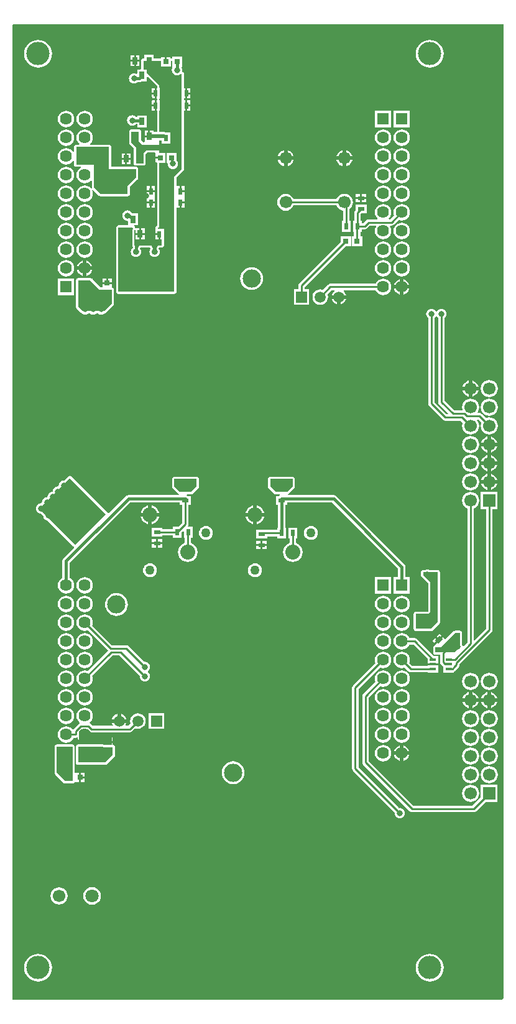
<source format=gbl>
G04*
G04 #@! TF.GenerationSoftware,Altium Limited,Altium Designer,18.0.7 (293)*
G04*
G04 Layer_Physical_Order=2*
G04 Layer_Color=16711680*
%FSLAX25Y25*%
%MOIN*%
G70*
G01*
G75*
%ADD12C,0.01000*%
%ADD17C,0.01500*%
%ADD19R,0.03000X0.03000*%
%ADD20R,0.02362X0.03543*%
%ADD21R,0.03347X0.01575*%
%ADD32R,0.03000X0.03000*%
%ADD60C,0.08000*%
%ADD61R,0.06378X0.06378*%
%ADD62C,0.06378*%
%ADD63R,0.05906X0.05906*%
%ADD64C,0.05906*%
%ADD65C,0.06693*%
%ADD66R,0.06693X0.06693*%
%ADD67C,0.07087*%
%ADD68C,0.03150*%
%ADD69C,0.05000*%
%ADD70C,0.12500*%
%ADD71C,0.09800*%
G04:AMPARAMS|DCode=72|XSize=23.62mil|YSize=35.43mil|CornerRadius=0mil|HoleSize=0mil|Usage=FLASHONLY|Rotation=135.000|XOffset=0mil|YOffset=0mil|HoleType=Round|Shape=Rectangle|*
%AMROTATEDRECTD72*
4,1,4,0.02088,0.00418,-0.00418,-0.02088,-0.02088,-0.00418,0.00418,0.02088,0.02088,0.00418,0.0*
%
%ADD72ROTATEDRECTD72*%

%ADD73R,0.03543X0.02362*%
%ADD74R,0.02756X0.03937*%
%ADD75C,0.02000*%
G36*
X265200Y2300D02*
X264300Y1400D01*
X1800D01*
X1700Y523846D01*
X2054Y524200D01*
X265200D01*
Y2300D01*
D02*
G37*
%LPC*%
G36*
X69898Y507768D02*
X68020D01*
Y505300D01*
X69898D01*
Y507768D01*
D02*
G37*
G36*
X67020D02*
X65142D01*
Y505300D01*
X67020D01*
Y507768D01*
D02*
G37*
G36*
X69898Y504300D02*
X68020D01*
Y501831D01*
X69898D01*
Y504300D01*
D02*
G37*
G36*
X67020D02*
X65142D01*
Y501831D01*
X67020D01*
Y504300D01*
D02*
G37*
G36*
X225500Y515967D02*
X224043Y515824D01*
X222642Y515399D01*
X221352Y514709D01*
X220220Y513780D01*
X219291Y512648D01*
X218601Y511357D01*
X218176Y509957D01*
X218033Y508500D01*
X218176Y507043D01*
X218601Y505643D01*
X219291Y504352D01*
X220220Y503220D01*
X221352Y502291D01*
X222642Y501601D01*
X224043Y501176D01*
X225500Y501033D01*
X226957Y501176D01*
X228358Y501601D01*
X229648Y502291D01*
X230780Y503220D01*
X231709Y504352D01*
X232399Y505643D01*
X232824Y507043D01*
X232967Y508500D01*
X232824Y509957D01*
X232399Y511357D01*
X231709Y512648D01*
X230780Y513780D01*
X229648Y514709D01*
X228358Y515399D01*
X226957Y515824D01*
X225500Y515967D01*
D02*
G37*
G36*
X15500D02*
X14043Y515824D01*
X12642Y515399D01*
X11351Y514709D01*
X10220Y513780D01*
X9291Y512648D01*
X8601Y511357D01*
X8176Y509957D01*
X8033Y508500D01*
X8176Y507043D01*
X8601Y505643D01*
X9291Y504352D01*
X10220Y503220D01*
X11351Y502291D01*
X12642Y501601D01*
X14043Y501176D01*
X15500Y501033D01*
X16957Y501176D01*
X18358Y501601D01*
X19648Y502291D01*
X20780Y503220D01*
X21709Y504352D01*
X22399Y505643D01*
X22824Y507043D01*
X22967Y508500D01*
X22824Y509957D01*
X22399Y511357D01*
X21709Y512648D01*
X20780Y513780D01*
X19648Y514709D01*
X18358Y515399D01*
X16957Y515824D01*
X15500Y515967D01*
D02*
G37*
G36*
X77559Y507950D02*
X72441D01*
Y506004D01*
X72000D01*
X71539Y505913D01*
X71149Y505652D01*
X70887Y505261D01*
X70796Y504800D01*
X70796Y500576D01*
X70389Y500076D01*
X68701D01*
Y498050D01*
X68201Y497786D01*
X67719Y497985D01*
X67000Y498080D01*
X66281Y497985D01*
X65610Y497707D01*
X65035Y497265D01*
X64593Y496690D01*
X64315Y496019D01*
X64220Y495300D01*
X64315Y494581D01*
X64593Y493910D01*
X65035Y493334D01*
X65610Y492893D01*
X66281Y492615D01*
X67000Y492520D01*
X67719Y492615D01*
X68390Y492893D01*
X68961Y493331D01*
X69634D01*
X70387Y493481D01*
X70829Y493776D01*
X73819D01*
Y496125D01*
X74281Y496316D01*
X79296Y491301D01*
Y490253D01*
X79147Y490072D01*
X79000D01*
Y487300D01*
Y484528D01*
X79147D01*
X79296Y484347D01*
Y483753D01*
X79147Y483572D01*
X79000D01*
Y480800D01*
Y478028D01*
X79147D01*
X79296Y477847D01*
Y466524D01*
X77378D01*
Y467269D01*
X75500D01*
Y464300D01*
X75000D01*
Y463800D01*
X72622D01*
Y461332D01*
X72258Y461004D01*
X71999D01*
X70704Y462299D01*
Y466800D01*
X70613Y467261D01*
X70351Y467652D01*
X69961Y467913D01*
X69500Y468004D01*
X65500D01*
X65039Y467913D01*
X64648Y467652D01*
X64387Y467261D01*
X64296Y466800D01*
Y460800D01*
X64387Y460339D01*
X64648Y459948D01*
X64648Y459948D01*
X66796Y457801D01*
Y449800D01*
X66887Y449339D01*
X67149Y448948D01*
X67539Y448687D01*
X68000Y448596D01*
X72000D01*
X72461Y448687D01*
X72852Y448948D01*
X73113Y449339D01*
X73204Y449800D01*
Y454801D01*
X73999Y455596D01*
X78123D01*
X78500Y455300D01*
Y453300D01*
X81000D01*
Y452300D01*
X78500D01*
Y450300D01*
X79147D01*
X79296Y450119D01*
Y416305D01*
X79131Y416212D01*
X79103Y416177D01*
X79066Y416152D01*
X78959Y415992D01*
X78842Y415841D01*
X78590Y415341D01*
X78539Y415157D01*
X78474Y414977D01*
X78413Y414572D01*
X78413Y414572D01*
Y413900D01*
D01*
Y412300D01*
X80594D01*
Y411800D01*
X81094D01*
Y409028D01*
X81800D01*
Y408538D01*
D01*
X81800Y405919D01*
D01*
Y405800D01*
X81681D01*
D01*
X80419D01*
X80227Y405762D01*
X80032Y405736D01*
X79997Y405716D01*
X79958Y405708D01*
X79795Y405599D01*
X79625Y405501D01*
X79601Y405470D01*
X79568Y405447D01*
X79458Y405284D01*
X79339Y405128D01*
X79093Y404628D01*
X79042Y404439D01*
X78979Y404253D01*
X78981Y404213D01*
X78971Y404175D01*
X78996Y403980D01*
X79009Y403784D01*
X79027Y403748D01*
X79032Y403709D01*
X79130Y403539D01*
X79217Y403363D01*
X79355Y403183D01*
X79512Y402805D01*
X79565Y402400D01*
X79512Y401995D01*
X79355Y401617D01*
X79107Y401293D01*
X78782Y401045D01*
X78405Y400888D01*
X78000Y400835D01*
X77595Y400888D01*
X77218Y401045D01*
X76893Y401293D01*
X76645Y401617D01*
X76488Y401995D01*
X76435Y402400D01*
X76488Y402805D01*
X76645Y403183D01*
X76783Y403363D01*
X76870Y403539D01*
X76968Y403709D01*
X76973Y403748D01*
X76991Y403784D01*
X77004Y403980D01*
X77029Y404175D01*
X77019Y404213D01*
X77021Y404253D01*
X76958Y404439D01*
X76907Y404628D01*
X76661Y405128D01*
X76542Y405284D01*
X76432Y405447D01*
X76399Y405470D01*
X76375Y405501D01*
X76205Y405599D01*
X76042Y405708D01*
X76003Y405716D01*
X75968Y405736D01*
X75773Y405762D01*
X75581Y405800D01*
X70419Y405800D01*
X70227Y405762D01*
X70032Y405736D01*
X69997Y405716D01*
X69958Y405708D01*
X69795Y405599D01*
X69625Y405501D01*
X69601Y405470D01*
X69568Y405447D01*
X69459Y405284D01*
X69339Y405128D01*
X69093Y404628D01*
X69042Y404439D01*
X68979Y404253D01*
X68981Y404213D01*
X68971Y404175D01*
X68997Y403980D01*
X69009Y403784D01*
X69027Y403748D01*
X69032Y403709D01*
X69130Y403539D01*
X69217Y403363D01*
X69355Y403183D01*
X69512Y402805D01*
X69565Y402400D01*
X69512Y401995D01*
X69355Y401617D01*
X69107Y401293D01*
X68783Y401045D01*
X68405Y400888D01*
X68000Y400835D01*
X67595Y400888D01*
X67217Y401045D01*
X66893Y401293D01*
X66645Y401617D01*
X66488Y401995D01*
X66435Y402400D01*
X66488Y402805D01*
X66645Y403183D01*
X66893Y403507D01*
X67093Y403659D01*
X67158Y403734D01*
X67238Y403792D01*
X67311Y403909D01*
X67402Y404013D01*
X67434Y404107D01*
X67486Y404191D01*
X67509Y404327D01*
X67553Y404458D01*
X67547Y404557D01*
X67563Y404654D01*
X67552Y404988D01*
X67530Y405084D01*
Y405183D01*
X67477Y405311D01*
X67445Y405445D01*
X67388Y405526D01*
X67350Y405618D01*
X67228Y405800D01*
X67200D01*
Y407758D01*
X67200Y413627D01*
D01*
Y413900D01*
X67862D01*
Y412426D01*
X69740D01*
Y414894D01*
X68064D01*
X67918Y414939D01*
X67712Y415065D01*
X67540Y415261D01*
X67422Y415650D01*
X67394Y415702D01*
X67382Y415761D01*
X67284Y415908D01*
X67200Y416064D01*
X67154Y416102D01*
X67121Y416152D01*
X67274Y416650D01*
X69059D01*
Y422950D01*
X66135D01*
X65916Y423168D01*
X65907Y423190D01*
X65465Y423766D01*
X64890Y424207D01*
X64219Y424485D01*
X63500Y424580D01*
X62781Y424485D01*
X62110Y424207D01*
X61535Y423766D01*
X61093Y423190D01*
X60815Y422519D01*
X60720Y421800D01*
X60815Y421081D01*
X61093Y420410D01*
X61535Y419835D01*
X62110Y419393D01*
X62781Y419115D01*
X63500Y419020D01*
X63565Y419029D01*
X63941Y418699D01*
X63941Y416650D01*
X63502Y416504D01*
X58500D01*
X58039Y416413D01*
X57648Y416152D01*
X57387Y415761D01*
X57296Y415300D01*
X57296Y381020D01*
X57387Y380559D01*
X57648Y380169D01*
X58039Y379908D01*
X58500Y379816D01*
X88500D01*
X88961Y379908D01*
X89351Y380169D01*
X89613Y380559D01*
X89704Y381020D01*
Y425537D01*
X89724Y426028D01*
X90204Y426028D01*
X91405D01*
Y428800D01*
X91905D01*
Y429300D01*
X94087D01*
Y431528D01*
X94087Y431572D01*
Y432028D01*
X94087Y432072D01*
Y434300D01*
X91905D01*
Y434800D01*
X91405D01*
Y437572D01*
X89724Y437572D01*
X89704Y438063D01*
Y442301D01*
X93352Y445949D01*
X93613Y446339D01*
X93704Y446800D01*
X93704Y446800D01*
X93704Y478028D01*
X94500D01*
Y480800D01*
Y483572D01*
X93704D01*
Y484528D01*
X94500D01*
Y487300D01*
Y490072D01*
X93704D01*
Y497710D01*
X93696Y497749D01*
X93702Y497788D01*
X93651Y497978D01*
X93613Y498171D01*
X93590Y498204D01*
X93580Y498242D01*
X93461Y498398D01*
X93352Y498561D01*
X93318Y498583D01*
X93294Y498615D01*
X93124Y498713D01*
X92961Y498822D01*
X92685Y499081D01*
X92780Y499800D01*
X92685Y500519D01*
X92437Y501119D01*
X92632Y501619D01*
X92681D01*
Y506981D01*
X87319D01*
Y506004D01*
X86681D01*
X86500Y506153D01*
Y506800D01*
X84500D01*
Y504300D01*
X83500D01*
Y506800D01*
X81500D01*
Y506153D01*
X81319Y506004D01*
X77559D01*
Y507950D01*
D02*
G37*
G36*
X97181Y490072D02*
X95500D01*
Y487800D01*
X97181D01*
Y490072D01*
D02*
G37*
G36*
X78000D02*
X76319D01*
Y487800D01*
X78000D01*
Y490072D01*
D02*
G37*
G36*
X97181Y486800D02*
X95500D01*
Y484528D01*
X97181D01*
Y486800D01*
D02*
G37*
G36*
X78000D02*
X76319D01*
Y484528D01*
X78000D01*
Y486800D01*
D02*
G37*
G36*
X97181Y483572D02*
X95500D01*
Y481300D01*
X97181D01*
Y483572D01*
D02*
G37*
G36*
X78000D02*
X76319D01*
Y481300D01*
X78000D01*
Y483572D01*
D02*
G37*
G36*
X97181Y480300D02*
X95500D01*
Y478028D01*
X97181D01*
Y480300D01*
D02*
G37*
G36*
X78000D02*
X76319D01*
Y478028D01*
X78000D01*
Y480300D01*
D02*
G37*
G36*
X214870Y477870D02*
X206130D01*
Y469130D01*
X214870D01*
Y477870D01*
D02*
G37*
G36*
X204870D02*
X196130D01*
Y469130D01*
X204870D01*
Y477870D01*
D02*
G37*
G36*
X40500Y477908D02*
X39359Y477758D01*
X38296Y477317D01*
X37383Y476617D01*
X36683Y475704D01*
X36242Y474641D01*
X36092Y473500D01*
X36242Y472359D01*
X36683Y471296D01*
X37383Y470383D01*
X38296Y469683D01*
X39359Y469242D01*
X40500Y469092D01*
X41641Y469242D01*
X42704Y469683D01*
X43617Y470383D01*
X44317Y471296D01*
X44758Y472359D01*
X44908Y473500D01*
X44758Y474641D01*
X44317Y475704D01*
X43617Y476617D01*
X42704Y477317D01*
X41641Y477758D01*
X40500Y477908D01*
D02*
G37*
G36*
X30500D02*
X29359Y477758D01*
X28296Y477317D01*
X27383Y476617D01*
X26683Y475704D01*
X26242Y474641D01*
X26092Y473500D01*
X26242Y472359D01*
X26683Y471296D01*
X27383Y470383D01*
X28296Y469683D01*
X29359Y469242D01*
X30500Y469092D01*
X31641Y469242D01*
X32704Y469683D01*
X33617Y470383D01*
X34317Y471296D01*
X34758Y472359D01*
X34908Y473500D01*
X34758Y474641D01*
X34317Y475704D01*
X33617Y476617D01*
X32704Y477317D01*
X31641Y477758D01*
X30500Y477908D01*
D02*
G37*
G36*
X66000Y475580D02*
X65281Y475485D01*
X64610Y475207D01*
X64034Y474765D01*
X63593Y474190D01*
X63315Y473519D01*
X63220Y472800D01*
X63315Y472081D01*
X63593Y471410D01*
X64034Y470834D01*
X64610Y470393D01*
X65281Y470115D01*
X66000Y470020D01*
X66719Y470115D01*
X67390Y470393D01*
X67961Y470831D01*
X68701D01*
Y469024D01*
X73819D01*
Y475324D01*
X68701D01*
Y474769D01*
X67961D01*
X67390Y475207D01*
X66719Y475485D01*
X66000Y475580D01*
D02*
G37*
G36*
X74500Y467269D02*
X72622D01*
Y464800D01*
X74500D01*
Y467269D01*
D02*
G37*
G36*
X30500Y467908D02*
X29359Y467758D01*
X28296Y467317D01*
X27383Y466617D01*
X26683Y465704D01*
X26242Y464641D01*
X26092Y463500D01*
X26242Y462359D01*
X26683Y461296D01*
X27383Y460383D01*
X28296Y459683D01*
X29359Y459242D01*
X30500Y459092D01*
X31641Y459242D01*
X32704Y459683D01*
X33617Y460383D01*
X34317Y461296D01*
X34758Y462359D01*
X34908Y463500D01*
X34758Y464641D01*
X34317Y465704D01*
X33617Y466617D01*
X32704Y467317D01*
X31641Y467758D01*
X30500Y467908D01*
D02*
G37*
G36*
X210500Y467908D02*
X209359Y467758D01*
X208296Y467317D01*
X207383Y466617D01*
X206683Y465704D01*
X206242Y464641D01*
X206092Y463500D01*
X206242Y462359D01*
X206683Y461296D01*
X207383Y460383D01*
X208296Y459683D01*
X209359Y459242D01*
X210500Y459092D01*
X211641Y459242D01*
X212704Y459683D01*
X213617Y460383D01*
X214317Y461296D01*
X214758Y462359D01*
X214908Y463500D01*
X214758Y464641D01*
X214317Y465704D01*
X213617Y466617D01*
X212704Y467317D01*
X211641Y467758D01*
X210500Y467908D01*
D02*
G37*
G36*
X200500D02*
X199359Y467758D01*
X198296Y467317D01*
X197383Y466617D01*
X196683Y465704D01*
X196242Y464641D01*
X196092Y463500D01*
X196242Y462359D01*
X196683Y461296D01*
X197383Y460383D01*
X198296Y459683D01*
X199359Y459242D01*
X200500Y459092D01*
X201641Y459242D01*
X202704Y459683D01*
X203617Y460383D01*
X204317Y461296D01*
X204758Y462359D01*
X204908Y463500D01*
X204758Y464641D01*
X204317Y465704D01*
X203617Y466617D01*
X202704Y467317D01*
X201641Y467758D01*
X200500Y467908D01*
D02*
G37*
G36*
X40500Y467908D02*
X39359Y467758D01*
X38296Y467317D01*
X37383Y466617D01*
X36683Y465704D01*
X36242Y464641D01*
X36092Y463500D01*
X36242Y462359D01*
X36683Y461296D01*
X37383Y460383D01*
X37651Y460178D01*
X37490Y459704D01*
X36000D01*
X35539Y459613D01*
X35148Y459351D01*
X34887Y458961D01*
X34796Y458500D01*
Y455963D01*
X34348Y455729D01*
X34296Y455732D01*
X33617Y456617D01*
X32704Y457317D01*
X31641Y457758D01*
X30500Y457908D01*
X29359Y457758D01*
X28296Y457317D01*
X27383Y456617D01*
X26683Y455704D01*
X26242Y454641D01*
X26092Y453500D01*
X26242Y452359D01*
X26683Y451296D01*
X27383Y450383D01*
X28296Y449683D01*
X29359Y449242D01*
X30500Y449092D01*
X31641Y449242D01*
X32704Y449683D01*
X33617Y450383D01*
X34296Y451268D01*
X34348Y451271D01*
X34796Y451038D01*
Y449092D01*
X34887Y448631D01*
X35148Y448241D01*
X35539Y447980D01*
X36000Y447888D01*
X38367D01*
X38467Y447388D01*
X38296Y447317D01*
X37383Y446617D01*
X36683Y445704D01*
X36242Y444641D01*
X36092Y443500D01*
X36242Y442359D01*
X36683Y441296D01*
X37383Y440383D01*
X38296Y439683D01*
X39359Y439242D01*
X40500Y439092D01*
X41641Y439242D01*
X42704Y439683D01*
X43617Y440383D01*
X43822Y440651D01*
X44296Y440490D01*
Y436800D01*
X44296Y436800D01*
X44362Y436467D01*
X43894Y436255D01*
X43617Y436617D01*
X42704Y437317D01*
X41641Y437758D01*
X40500Y437908D01*
X39359Y437758D01*
X38296Y437317D01*
X37383Y436617D01*
X36683Y435704D01*
X36242Y434641D01*
X36092Y433500D01*
X36242Y432359D01*
X36683Y431296D01*
X37383Y430383D01*
X38296Y429683D01*
X39359Y429242D01*
X40500Y429092D01*
X41641Y429242D01*
X42704Y429683D01*
X43617Y430383D01*
X44317Y431296D01*
X44758Y432359D01*
X44908Y433500D01*
X44758Y434641D01*
X44410Y435480D01*
X44834Y435763D01*
X48149Y432448D01*
X48539Y432187D01*
X49000Y432096D01*
X49000Y432096D01*
X63500D01*
X63961Y432187D01*
X64351Y432448D01*
X64613Y432839D01*
X64704Y433300D01*
Y437301D01*
X68554Y441150D01*
X69059D01*
Y441759D01*
X69113Y441839D01*
X69204Y442300D01*
X69204Y442300D01*
Y446800D01*
X69113Y447261D01*
X69059Y447341D01*
Y447450D01*
X68986D01*
X68852Y447651D01*
X68461Y447913D01*
X68000Y448004D01*
X54704D01*
Y458500D01*
X54613Y458961D01*
X54352Y459351D01*
X53961Y459613D01*
X53500Y459704D01*
X43510D01*
X43349Y460178D01*
X43617Y460383D01*
X44317Y461296D01*
X44758Y462359D01*
X44908Y463500D01*
X44758Y464641D01*
X44317Y465704D01*
X43617Y466617D01*
X42704Y467317D01*
X41641Y467758D01*
X40500Y467908D01*
D02*
G37*
G36*
X180800Y456774D02*
Y453522D01*
X184052D01*
X184035Y453657D01*
X183597Y454714D01*
X182900Y455622D01*
X181992Y456319D01*
X180935Y456757D01*
X180800Y456774D01*
D02*
G37*
G36*
X178800D02*
X178665Y456757D01*
X177608Y456319D01*
X176700Y455622D01*
X176003Y454714D01*
X175565Y453657D01*
X175548Y453522D01*
X178800D01*
Y456774D01*
D02*
G37*
G36*
X149304D02*
Y453522D01*
X152556D01*
X152539Y453657D01*
X152101Y454714D01*
X151404Y455622D01*
X150496Y456319D01*
X149439Y456757D01*
X149304Y456774D01*
D02*
G37*
G36*
X147304D02*
X147169Y456757D01*
X146112Y456319D01*
X145204Y455622D01*
X144507Y454714D01*
X144069Y453657D01*
X144052Y453522D01*
X147304D01*
Y456774D01*
D02*
G37*
G36*
X65138Y455142D02*
X63260D01*
Y452674D01*
X65138D01*
Y455142D01*
D02*
G37*
G36*
X62260D02*
X60382D01*
Y452674D01*
X62260D01*
Y455142D01*
D02*
G37*
G36*
X65138Y451674D02*
X63260D01*
Y449205D01*
X65138D01*
Y451674D01*
D02*
G37*
G36*
X62260D02*
X60382D01*
Y449205D01*
X62260D01*
Y451674D01*
D02*
G37*
G36*
X210500Y457908D02*
X209359Y457758D01*
X208296Y457317D01*
X207383Y456617D01*
X206683Y455704D01*
X206242Y454641D01*
X206092Y453500D01*
X206242Y452359D01*
X206683Y451296D01*
X207383Y450383D01*
X208296Y449683D01*
X209359Y449242D01*
X210500Y449092D01*
X211641Y449242D01*
X212704Y449683D01*
X213617Y450383D01*
X214317Y451296D01*
X214758Y452359D01*
X214908Y453500D01*
X214758Y454641D01*
X214317Y455704D01*
X213617Y456617D01*
X212704Y457317D01*
X211641Y457758D01*
X210500Y457908D01*
D02*
G37*
G36*
X200500D02*
X199359Y457758D01*
X198296Y457317D01*
X197383Y456617D01*
X196683Y455704D01*
X196242Y454641D01*
X196092Y453500D01*
X196242Y452359D01*
X196683Y451296D01*
X197383Y450383D01*
X198296Y449683D01*
X199359Y449242D01*
X200500Y449092D01*
X201641Y449242D01*
X202704Y449683D01*
X203617Y450383D01*
X204317Y451296D01*
X204758Y452359D01*
X204908Y453500D01*
X204758Y454641D01*
X204317Y455704D01*
X203617Y456617D01*
X202704Y457317D01*
X201641Y457758D01*
X200500Y457908D01*
D02*
G37*
G36*
X184052Y451522D02*
X180800D01*
Y448270D01*
X180935Y448287D01*
X181992Y448725D01*
X182900Y449422D01*
X183597Y450330D01*
X184035Y451387D01*
X184052Y451522D01*
D02*
G37*
G36*
X178800D02*
X175548D01*
X175565Y451387D01*
X176003Y450330D01*
X176700Y449422D01*
X177608Y448725D01*
X178665Y448287D01*
X178800Y448270D01*
Y451522D01*
D02*
G37*
G36*
X152556D02*
X149304D01*
Y448270D01*
X149439Y448287D01*
X150496Y448725D01*
X151404Y449422D01*
X152101Y450330D01*
X152539Y451387D01*
X152556Y451522D01*
D02*
G37*
G36*
X147304D02*
X144052D01*
X144069Y451387D01*
X144507Y450330D01*
X145204Y449422D01*
X146112Y448725D01*
X147169Y448287D01*
X147304Y448270D01*
Y451522D01*
D02*
G37*
G36*
X30500Y447908D02*
X29359Y447758D01*
X28296Y447317D01*
X27383Y446617D01*
X26683Y445704D01*
X26242Y444641D01*
X26092Y443500D01*
X26242Y442359D01*
X26683Y441296D01*
X27383Y440383D01*
X28296Y439683D01*
X29359Y439242D01*
X30500Y439092D01*
X31641Y439242D01*
X32704Y439683D01*
X33617Y440383D01*
X34317Y441296D01*
X34758Y442359D01*
X34908Y443500D01*
X34758Y444641D01*
X34317Y445704D01*
X33617Y446617D01*
X32704Y447317D01*
X31641Y447758D01*
X30500Y447908D01*
D02*
G37*
G36*
X210500Y447908D02*
X209359Y447758D01*
X208296Y447317D01*
X207383Y446617D01*
X206683Y445704D01*
X206242Y444641D01*
X206092Y443500D01*
X206242Y442359D01*
X206683Y441296D01*
X207383Y440383D01*
X208296Y439683D01*
X209359Y439242D01*
X210500Y439092D01*
X211641Y439242D01*
X212704Y439683D01*
X213617Y440383D01*
X214317Y441296D01*
X214758Y442359D01*
X214908Y443500D01*
X214758Y444641D01*
X214317Y445704D01*
X213617Y446617D01*
X212704Y447317D01*
X211641Y447758D01*
X210500Y447908D01*
D02*
G37*
G36*
X200500D02*
X199359Y447758D01*
X198296Y447317D01*
X197383Y446617D01*
X196683Y445704D01*
X196242Y444641D01*
X196092Y443500D01*
X196242Y442359D01*
X196683Y441296D01*
X197383Y440383D01*
X198296Y439683D01*
X199359Y439242D01*
X200500Y439092D01*
X201641Y439242D01*
X202704Y439683D01*
X203617Y440383D01*
X204317Y441296D01*
X204758Y442359D01*
X204908Y443500D01*
X204758Y444641D01*
X204317Y445704D01*
X203617Y446617D01*
X202704Y447317D01*
X201641Y447758D01*
X200500Y447908D01*
D02*
G37*
G36*
X92405Y437572D02*
Y435300D01*
X94087D01*
Y437572D01*
X92405D01*
D02*
G37*
G36*
X78276D02*
X76595D01*
Y435300D01*
X78276D01*
Y437572D01*
D02*
G37*
G36*
X75595D02*
X73913D01*
Y435300D01*
X75595D01*
Y437572D01*
D02*
G37*
G36*
X191472Y433287D02*
X189200D01*
Y431605D01*
X191472D01*
Y433287D01*
D02*
G37*
G36*
X188200D02*
X185928D01*
Y431605D01*
X188200D01*
Y433287D01*
D02*
G37*
G36*
X179800Y433467D02*
X178618Y433311D01*
X177517Y432855D01*
X176571Y432129D01*
X175845Y431183D01*
X175609Y430614D01*
X152495D01*
X152259Y431183D01*
X151533Y432129D01*
X150587Y432855D01*
X149486Y433311D01*
X148304Y433467D01*
X147122Y433311D01*
X146021Y432855D01*
X145075Y432129D01*
X144349Y431183D01*
X143893Y430082D01*
X143737Y428900D01*
X143893Y427718D01*
X144349Y426617D01*
X145075Y425671D01*
X146021Y424945D01*
X147122Y424489D01*
X148304Y424333D01*
X149486Y424489D01*
X150587Y424945D01*
X151533Y425671D01*
X152259Y426617D01*
X152495Y427186D01*
X175609D01*
X175845Y426617D01*
X176571Y425671D01*
X177517Y424945D01*
X178618Y424489D01*
X179080Y424428D01*
Y419053D01*
X178432D01*
Y413147D01*
X183157D01*
Y419053D01*
X182509D01*
Y425272D01*
X183029Y425671D01*
X183755Y426617D01*
X184211Y427718D01*
X184367Y428900D01*
X184211Y430082D01*
X183755Y431183D01*
X183029Y432129D01*
X182083Y432855D01*
X180982Y433311D01*
X179800Y433467D01*
D02*
G37*
G36*
X78276Y434300D02*
X76095D01*
X73913D01*
Y432072D01*
X73913Y432028D01*
Y431572D01*
X73913Y431528D01*
Y429300D01*
X78276D01*
Y431528D01*
X78276Y431572D01*
Y432028D01*
X78276Y432072D01*
Y434300D01*
D02*
G37*
G36*
X30500Y437908D02*
X29359Y437758D01*
X28296Y437317D01*
X27383Y436617D01*
X26683Y435704D01*
X26242Y434641D01*
X26092Y433500D01*
X26242Y432359D01*
X26683Y431296D01*
X27383Y430383D01*
X28296Y429683D01*
X29359Y429242D01*
X30500Y429092D01*
X31641Y429242D01*
X32704Y429683D01*
X33617Y430383D01*
X34317Y431296D01*
X34758Y432359D01*
X34908Y433500D01*
X34758Y434641D01*
X34317Y435704D01*
X33617Y436617D01*
X32704Y437317D01*
X31641Y437758D01*
X30500Y437908D01*
D02*
G37*
G36*
X210500Y437908D02*
X209359Y437758D01*
X208296Y437317D01*
X207383Y436617D01*
X206683Y435704D01*
X206242Y434641D01*
X206092Y433500D01*
X206242Y432359D01*
X206683Y431296D01*
X207383Y430383D01*
X208296Y429683D01*
X209359Y429242D01*
X210500Y429092D01*
X211641Y429242D01*
X212704Y429683D01*
X213617Y430383D01*
X214317Y431296D01*
X214758Y432359D01*
X214908Y433500D01*
X214758Y434641D01*
X214317Y435704D01*
X213617Y436617D01*
X212704Y437317D01*
X211641Y437758D01*
X210500Y437908D01*
D02*
G37*
G36*
X200500D02*
X199359Y437758D01*
X198296Y437317D01*
X197383Y436617D01*
X196683Y435704D01*
X196242Y434641D01*
X196092Y433500D01*
X196242Y432359D01*
X196683Y431296D01*
X197383Y430383D01*
X198296Y429683D01*
X199359Y429242D01*
X200500Y429092D01*
X201641Y429242D01*
X202704Y429683D01*
X203617Y430383D01*
X204317Y431296D01*
X204758Y432359D01*
X204908Y433500D01*
X204758Y434641D01*
X204317Y435704D01*
X203617Y436617D01*
X202704Y437317D01*
X201641Y437758D01*
X200500Y437908D01*
D02*
G37*
G36*
X191472Y430606D02*
X189200D01*
Y428924D01*
X191472D01*
Y430606D01*
D02*
G37*
G36*
X188200D02*
X185928D01*
Y428924D01*
X188200D01*
Y430606D01*
D02*
G37*
G36*
X94087Y428300D02*
X92405D01*
Y426028D01*
X94087D01*
Y428300D01*
D02*
G37*
G36*
X78276D02*
X76595D01*
Y426028D01*
X78276D01*
Y428300D01*
D02*
G37*
G36*
X75595D02*
X73913D01*
Y426028D01*
X75595D01*
Y428300D01*
D02*
G37*
G36*
X210500Y427908D02*
X209359Y427758D01*
X208296Y427317D01*
X207383Y426617D01*
X206683Y425704D01*
X206242Y424641D01*
X206092Y423500D01*
X206242Y422359D01*
X206445Y421869D01*
X204379Y419803D01*
X203638D01*
X203478Y420276D01*
X203617Y420383D01*
X204317Y421296D01*
X204758Y422359D01*
X204908Y423500D01*
X204758Y424641D01*
X204317Y425704D01*
X203617Y426617D01*
X202704Y427317D01*
X201641Y427758D01*
X200500Y427908D01*
X199359Y427758D01*
X198296Y427317D01*
X197383Y426617D01*
X196683Y425704D01*
X196242Y424641D01*
X196092Y423500D01*
X196242Y422359D01*
X196683Y421296D01*
X197383Y420383D01*
X197522Y420276D01*
X197362Y419803D01*
X192689D01*
X192033Y419672D01*
X191477Y419301D01*
X189990Y417814D01*
X189062D01*
Y419053D01*
X188414D01*
Y422490D01*
X188762Y422838D01*
X191653D01*
Y427562D01*
X185747D01*
Y424671D01*
X185488Y424412D01*
X185116Y423856D01*
X184986Y423200D01*
Y419053D01*
X184338D01*
Y413147D01*
X184886D01*
Y410681D01*
X183919D01*
Y405319D01*
X189281D01*
Y410681D01*
X188314D01*
Y413147D01*
X189062D01*
Y414386D01*
X190700D01*
X191356Y414516D01*
X191912Y414888D01*
X193399Y416375D01*
X196632D01*
X196854Y415927D01*
X196683Y415704D01*
X196242Y414641D01*
X196092Y413500D01*
X196242Y412359D01*
X196683Y411296D01*
X197383Y410383D01*
X198296Y409683D01*
X199359Y409242D01*
X200500Y409092D01*
X201641Y409242D01*
X202704Y409683D01*
X203617Y410383D01*
X204317Y411296D01*
X204758Y412359D01*
X204908Y413500D01*
X204758Y414641D01*
X204317Y415704D01*
X204146Y415927D01*
X204368Y416375D01*
X205089D01*
X205745Y416505D01*
X206301Y416877D01*
X208869Y419445D01*
X209359Y419242D01*
X210500Y419092D01*
X211641Y419242D01*
X212704Y419683D01*
X213617Y420383D01*
X214317Y421296D01*
X214758Y422359D01*
X214908Y423500D01*
X214758Y424641D01*
X214317Y425704D01*
X213617Y426617D01*
X212704Y427317D01*
X211641Y427758D01*
X210500Y427908D01*
D02*
G37*
G36*
X40500Y427908D02*
X39359Y427758D01*
X38296Y427317D01*
X37383Y426617D01*
X36683Y425704D01*
X36242Y424641D01*
X36092Y423500D01*
X36242Y422359D01*
X36683Y421296D01*
X37383Y420383D01*
X38296Y419683D01*
X39359Y419242D01*
X40500Y419092D01*
X41641Y419242D01*
X42704Y419683D01*
X43617Y420383D01*
X44317Y421296D01*
X44758Y422359D01*
X44908Y423500D01*
X44758Y424641D01*
X44317Y425704D01*
X43617Y426617D01*
X42704Y427317D01*
X41641Y427758D01*
X40500Y427908D01*
D02*
G37*
G36*
X30500D02*
X29359Y427758D01*
X28296Y427317D01*
X27383Y426617D01*
X26683Y425704D01*
X26242Y424641D01*
X26092Y423500D01*
X26242Y422359D01*
X26683Y421296D01*
X27383Y420383D01*
X28296Y419683D01*
X29359Y419242D01*
X30500Y419092D01*
X31641Y419242D01*
X32704Y419683D01*
X33617Y420383D01*
X34317Y421296D01*
X34758Y422359D01*
X34908Y423500D01*
X34758Y424641D01*
X34317Y425704D01*
X33617Y426617D01*
X32704Y427317D01*
X31641Y427758D01*
X30500Y427908D01*
D02*
G37*
G36*
X70740Y414894D02*
Y412426D01*
X72618D01*
Y414894D01*
X70740D01*
D02*
G37*
G36*
X40500Y417908D02*
X39359Y417758D01*
X38296Y417317D01*
X37383Y416617D01*
X36683Y415704D01*
X36242Y414641D01*
X36092Y413500D01*
X36242Y412359D01*
X36683Y411296D01*
X37383Y410383D01*
X38296Y409683D01*
X39359Y409242D01*
X40500Y409092D01*
X41641Y409242D01*
X42704Y409683D01*
X43617Y410383D01*
X44317Y411296D01*
X44758Y412359D01*
X44908Y413500D01*
X44758Y414641D01*
X44317Y415704D01*
X43617Y416617D01*
X42704Y417317D01*
X41641Y417758D01*
X40500Y417908D01*
D02*
G37*
G36*
X30500D02*
X29359Y417758D01*
X28296Y417317D01*
X27383Y416617D01*
X26683Y415704D01*
X26242Y414641D01*
X26092Y413500D01*
X26242Y412359D01*
X26683Y411296D01*
X27383Y410383D01*
X28296Y409683D01*
X29359Y409242D01*
X30500Y409092D01*
X31641Y409242D01*
X32704Y409683D01*
X33617Y410383D01*
X34317Y411296D01*
X34758Y412359D01*
X34908Y413500D01*
X34758Y414641D01*
X34317Y415704D01*
X33617Y416617D01*
X32704Y417317D01*
X31641Y417758D01*
X30500Y417908D01*
D02*
G37*
G36*
X210500Y417908D02*
X209359Y417758D01*
X208296Y417317D01*
X207383Y416617D01*
X206683Y415704D01*
X206242Y414641D01*
X206092Y413500D01*
X206242Y412359D01*
X206683Y411296D01*
X207383Y410383D01*
X208296Y409683D01*
X209359Y409242D01*
X210500Y409092D01*
X211641Y409242D01*
X212704Y409683D01*
X213617Y410383D01*
X214317Y411296D01*
X214758Y412359D01*
X214908Y413500D01*
X214758Y414641D01*
X214317Y415704D01*
X213617Y416617D01*
X212704Y417317D01*
X211641Y417758D01*
X210500Y417908D01*
D02*
G37*
G36*
X80094Y411300D02*
X78413D01*
Y409028D01*
X80094D01*
Y411300D01*
D02*
G37*
G36*
X72618Y411426D02*
X70740D01*
Y408957D01*
X72618D01*
Y411426D01*
D02*
G37*
G36*
X69740D02*
X67862D01*
Y408957D01*
X69740D01*
Y411426D01*
D02*
G37*
G36*
X40500Y407908D02*
X39359Y407758D01*
X38296Y407317D01*
X37383Y406617D01*
X36683Y405704D01*
X36242Y404641D01*
X36092Y403500D01*
X36242Y402359D01*
X36683Y401296D01*
X37383Y400383D01*
X38296Y399683D01*
X39359Y399242D01*
X40500Y399092D01*
X41641Y399242D01*
X42704Y399683D01*
X43617Y400383D01*
X44317Y401296D01*
X44758Y402359D01*
X44908Y403500D01*
X44758Y404641D01*
X44317Y405704D01*
X43617Y406617D01*
X42704Y407317D01*
X41641Y407758D01*
X40500Y407908D01*
D02*
G37*
G36*
X30500D02*
X29359Y407758D01*
X28296Y407317D01*
X27383Y406617D01*
X26683Y405704D01*
X26242Y404641D01*
X26092Y403500D01*
X26242Y402359D01*
X26683Y401296D01*
X27383Y400383D01*
X28296Y399683D01*
X29359Y399242D01*
X30500Y399092D01*
X31641Y399242D01*
X32704Y399683D01*
X33617Y400383D01*
X34317Y401296D01*
X34758Y402359D01*
X34908Y403500D01*
X34758Y404641D01*
X34317Y405704D01*
X33617Y406617D01*
X32704Y407317D01*
X31641Y407758D01*
X30500Y407908D01*
D02*
G37*
G36*
X210500Y407908D02*
X209359Y407758D01*
X208296Y407317D01*
X207383Y406617D01*
X206683Y405704D01*
X206242Y404641D01*
X206092Y403500D01*
X206242Y402359D01*
X206683Y401296D01*
X207383Y400383D01*
X208296Y399683D01*
X209359Y399242D01*
X210500Y399092D01*
X211641Y399242D01*
X212704Y399683D01*
X213617Y400383D01*
X214317Y401296D01*
X214758Y402359D01*
X214908Y403500D01*
X214758Y404641D01*
X214317Y405704D01*
X213617Y406617D01*
X212704Y407317D01*
X211641Y407758D01*
X210500Y407908D01*
D02*
G37*
G36*
X200500D02*
X199359Y407758D01*
X198296Y407317D01*
X197383Y406617D01*
X196683Y405704D01*
X196242Y404641D01*
X196092Y403500D01*
X196242Y402359D01*
X196683Y401296D01*
X197383Y400383D01*
X198296Y399683D01*
X199359Y399242D01*
X200500Y399092D01*
X201641Y399242D01*
X202704Y399683D01*
X203617Y400383D01*
X204317Y401296D01*
X204758Y402359D01*
X204908Y403500D01*
X204758Y404641D01*
X204317Y405704D01*
X203617Y406617D01*
X202704Y407317D01*
X201641Y407758D01*
X200500Y407908D01*
D02*
G37*
G36*
X41500Y397593D02*
Y394500D01*
X44594D01*
X44581Y394594D01*
X44159Y395613D01*
X43488Y396488D01*
X42612Y397159D01*
X41594Y397581D01*
X41500Y397593D01*
D02*
G37*
G36*
X39500Y397593D02*
X39406Y397581D01*
X38387Y397159D01*
X37512Y396488D01*
X36841Y395613D01*
X36419Y394594D01*
X36406Y394500D01*
X39500D01*
Y397593D01*
D02*
G37*
G36*
Y392500D02*
X36406D01*
X36419Y392407D01*
X36841Y391388D01*
X37512Y390512D01*
X38387Y389841D01*
X39406Y389419D01*
X39500Y389407D01*
Y392500D01*
D02*
G37*
G36*
X44593D02*
X41500D01*
Y389407D01*
X41594Y389419D01*
X42612Y389841D01*
X43488Y390512D01*
X44159Y391388D01*
X44581Y392407D01*
X44593Y392500D01*
D02*
G37*
G36*
X30500Y397908D02*
X29359Y397758D01*
X28296Y397317D01*
X27383Y396617D01*
X26683Y395704D01*
X26242Y394641D01*
X26092Y393500D01*
X26242Y392359D01*
X26683Y391296D01*
X27383Y390383D01*
X28296Y389683D01*
X29359Y389242D01*
X30500Y389092D01*
X31641Y389242D01*
X32704Y389683D01*
X33617Y390383D01*
X34317Y391296D01*
X34758Y392359D01*
X34908Y393500D01*
X34758Y394641D01*
X34317Y395704D01*
X33617Y396617D01*
X32704Y397317D01*
X31641Y397758D01*
X30500Y397908D01*
D02*
G37*
G36*
X210500Y397908D02*
X209359Y397758D01*
X208296Y397317D01*
X207383Y396617D01*
X206683Y395704D01*
X206242Y394641D01*
X206092Y393500D01*
X206242Y392359D01*
X206683Y391296D01*
X207383Y390383D01*
X208296Y389683D01*
X209359Y389242D01*
X210500Y389092D01*
X211641Y389242D01*
X212704Y389683D01*
X213617Y390383D01*
X214317Y391296D01*
X214758Y392359D01*
X214908Y393500D01*
X214758Y394641D01*
X214317Y395704D01*
X213617Y396617D01*
X212704Y397317D01*
X211641Y397758D01*
X210500Y397908D01*
D02*
G37*
G36*
X200500D02*
X199359Y397758D01*
X198296Y397317D01*
X197383Y396617D01*
X196683Y395704D01*
X196242Y394641D01*
X196092Y393500D01*
X196242Y392359D01*
X196683Y391296D01*
X197383Y390383D01*
X198296Y389683D01*
X199359Y389242D01*
X200500Y389092D01*
X201641Y389242D01*
X202704Y389683D01*
X203617Y390383D01*
X204317Y391296D01*
X204758Y392359D01*
X204908Y393500D01*
X204758Y394641D01*
X204317Y395704D01*
X203617Y396617D01*
X202704Y397317D01*
X201641Y397758D01*
X200500Y397908D01*
D02*
G37*
G36*
X55000Y388000D02*
X53000D01*
Y386000D01*
X55000D01*
Y388000D01*
D02*
G37*
G36*
X52000D02*
X50000D01*
Y386000D01*
X52000D01*
Y388000D01*
D02*
G37*
G36*
X211500Y387594D02*
Y384500D01*
X214594D01*
X214581Y384594D01*
X214159Y385613D01*
X213488Y386488D01*
X212613Y387159D01*
X211594Y387581D01*
X211500Y387594D01*
D02*
G37*
G36*
X209500D02*
X209406Y387581D01*
X208387Y387159D01*
X207512Y386488D01*
X206841Y385613D01*
X206419Y384594D01*
X206406Y384500D01*
X209500D01*
Y387594D01*
D02*
G37*
G36*
X200500Y387908D02*
X199359Y387758D01*
X198296Y387317D01*
X197383Y386617D01*
X196683Y385704D01*
X196480Y385214D01*
X172200D01*
X171544Y385084D01*
X170988Y384712D01*
X168250Y381974D01*
X167879Y382127D01*
X166800Y382270D01*
X165721Y382127D01*
X164715Y381711D01*
X163852Y381048D01*
X163189Y380185D01*
X162773Y379179D01*
X162630Y378100D01*
X162773Y377021D01*
X163189Y376015D01*
X163852Y375152D01*
X164715Y374489D01*
X165721Y374073D01*
X166800Y373931D01*
X167879Y374073D01*
X168885Y374489D01*
X169748Y375152D01*
X170411Y376015D01*
X170827Y377021D01*
X170969Y378100D01*
X170827Y379179D01*
X170674Y379550D01*
X172910Y381786D01*
X174289D01*
X174459Y381286D01*
X173981Y380919D01*
X173347Y380093D01*
X172949Y379132D01*
X172945Y379100D01*
X180655D01*
X180651Y379132D01*
X180253Y380093D01*
X179619Y380919D01*
X179141Y381286D01*
X179311Y381786D01*
X196480D01*
X196683Y381296D01*
X197383Y380383D01*
X198296Y379683D01*
X199359Y379242D01*
X200500Y379092D01*
X201641Y379242D01*
X202704Y379683D01*
X203617Y380383D01*
X204317Y381296D01*
X204758Y382359D01*
X204908Y383500D01*
X204758Y384641D01*
X204317Y385704D01*
X203617Y386617D01*
X202704Y387317D01*
X201641Y387758D01*
X200500Y387908D01*
D02*
G37*
G36*
X130000Y394110D02*
X128808Y393993D01*
X127662Y393645D01*
X126605Y393081D01*
X125679Y392321D01*
X124919Y391395D01*
X124355Y390338D01*
X124007Y389192D01*
X123890Y388000D01*
X124007Y386808D01*
X124355Y385662D01*
X124919Y384605D01*
X125679Y383679D01*
X126605Y382919D01*
X127662Y382355D01*
X128808Y382007D01*
X130000Y381890D01*
X131192Y382007D01*
X132338Y382355D01*
X133395Y382919D01*
X134321Y383679D01*
X135081Y384605D01*
X135645Y385662D01*
X135993Y386808D01*
X136110Y388000D01*
X135993Y389192D01*
X135645Y390338D01*
X135081Y391395D01*
X134321Y392321D01*
X133395Y393081D01*
X132338Y393645D01*
X131192Y393993D01*
X130000Y394110D01*
D02*
G37*
G36*
X214594Y382500D02*
X211500D01*
Y379406D01*
X211594Y379419D01*
X212613Y379841D01*
X213488Y380512D01*
X214159Y381387D01*
X214581Y382406D01*
X214594Y382500D01*
D02*
G37*
G36*
X209500D02*
X206406D01*
X206419Y382406D01*
X206841Y381387D01*
X207512Y380512D01*
X208387Y379841D01*
X209406Y379419D01*
X209500Y379406D01*
Y382500D01*
D02*
G37*
G36*
X34870Y387870D02*
X26130D01*
Y379130D01*
X34870D01*
Y387870D01*
D02*
G37*
G36*
X180655Y377100D02*
X177800D01*
Y374245D01*
X177832Y374249D01*
X178793Y374647D01*
X179619Y375281D01*
X180253Y376107D01*
X180651Y377068D01*
X180655Y377100D01*
D02*
G37*
G36*
X175800D02*
X172945D01*
X172949Y377068D01*
X173347Y376107D01*
X173981Y375281D01*
X174807Y374647D01*
X175768Y374249D01*
X175800Y374245D01*
Y377100D01*
D02*
G37*
G36*
X183281Y410681D02*
X177919D01*
Y407743D01*
X155588Y385412D01*
X155216Y384856D01*
X155086Y384200D01*
Y382234D01*
X152666D01*
Y373966D01*
X160934D01*
Y382234D01*
X158514D01*
Y383490D01*
X180343Y405319D01*
X183281D01*
Y410681D01*
D02*
G37*
G36*
X231814Y371780D02*
X231095Y371685D01*
X230424Y371407D01*
X229849Y370966D01*
X229407Y370390D01*
X229371Y370303D01*
X228829D01*
X228793Y370390D01*
X228351Y370966D01*
X227776Y371407D01*
X227105Y371685D01*
X226386Y371780D01*
X225666Y371685D01*
X224996Y371407D01*
X224420Y370966D01*
X223979Y370390D01*
X223701Y369719D01*
X223606Y369000D01*
X223701Y368281D01*
X223979Y367610D01*
X224420Y367035D01*
X224672Y366842D01*
Y320986D01*
X224802Y320330D01*
X225174Y319774D01*
X232660Y312288D01*
X233216Y311916D01*
X233872Y311786D01*
X242190D01*
X243225Y310751D01*
X242989Y310182D01*
X242833Y309000D01*
X242989Y307818D01*
X243445Y306717D01*
X244171Y305771D01*
X245117Y305045D01*
X246218Y304589D01*
X247400Y304433D01*
X248582Y304589D01*
X249683Y305045D01*
X250629Y305771D01*
X251355Y306717D01*
X251811Y307818D01*
X251967Y309000D01*
X251811Y310182D01*
X251355Y311283D01*
X250785Y312026D01*
X250983Y312453D01*
X251476Y312500D01*
X253225Y310751D01*
X252989Y310182D01*
X252833Y309000D01*
X252989Y307818D01*
X253445Y306717D01*
X254171Y305771D01*
X255117Y305045D01*
X256218Y304589D01*
X257400Y304433D01*
X258582Y304589D01*
X259683Y305045D01*
X260629Y305771D01*
X261355Y306717D01*
X261811Y307818D01*
X261967Y309000D01*
X261811Y310182D01*
X261355Y311283D01*
X260629Y312229D01*
X259683Y312955D01*
X258582Y313411D01*
X257400Y313567D01*
X256218Y313411D01*
X255649Y313175D01*
X253359Y315465D01*
X252802Y315837D01*
X252147Y315968D01*
X251345D01*
X251124Y316416D01*
X251355Y316717D01*
X251811Y317818D01*
X251967Y319000D01*
X251811Y320182D01*
X251355Y321283D01*
X250629Y322229D01*
X249683Y322955D01*
X248582Y323411D01*
X247400Y323567D01*
X246218Y323411D01*
X245117Y322955D01*
X244171Y322229D01*
X243445Y321283D01*
X242989Y320182D01*
X242833Y319000D01*
X242989Y317818D01*
X243067Y317630D01*
X242789Y317214D01*
X238838D01*
X233528Y322524D01*
Y366842D01*
X233780Y367035D01*
X234221Y367610D01*
X234499Y368281D01*
X234594Y369000D01*
X234499Y369719D01*
X234221Y370390D01*
X233780Y370966D01*
X233204Y371407D01*
X232534Y371685D01*
X231814Y371780D01*
D02*
G37*
G36*
X43500Y388204D02*
X43500Y388204D01*
X37000D01*
X36539Y388113D01*
X36176Y387870D01*
X36130D01*
Y387824D01*
X35887Y387461D01*
X35796Y387000D01*
Y373000D01*
X35887Y372539D01*
X36149Y372148D01*
X36149Y372148D01*
X38499Y369798D01*
X38701Y369534D01*
X39277Y369093D01*
X39947Y368815D01*
X40667Y368720D01*
X41386Y368815D01*
X42057Y369093D01*
X42321Y369296D01*
X43346D01*
X43610Y369093D01*
X44281Y368815D01*
X45000Y368720D01*
X45719Y368815D01*
X46390Y369093D01*
X46654Y369296D01*
X47679D01*
X47943Y369093D01*
X48614Y368815D01*
X49333Y368720D01*
X50053Y368815D01*
X50723Y369093D01*
X50988Y369296D01*
X51000D01*
X51461Y369387D01*
X51851Y369649D01*
X51851Y369649D01*
X55852Y373649D01*
X56113Y374039D01*
X56204Y374500D01*
X56204Y374500D01*
Y382000D01*
X56113Y382461D01*
X55852Y382852D01*
X55461Y383113D01*
X55000Y383204D01*
Y385000D01*
X50000D01*
Y383204D01*
X48999D01*
X44870Y387333D01*
Y387870D01*
X44324D01*
X43961Y388113D01*
X43500Y388204D01*
D02*
G37*
G36*
X248400Y333252D02*
Y330000D01*
X251652D01*
X251635Y330135D01*
X251197Y331192D01*
X250500Y332100D01*
X249592Y332797D01*
X248535Y333235D01*
X248400Y333252D01*
D02*
G37*
G36*
X246400D02*
X246265Y333235D01*
X245208Y332797D01*
X244300Y332100D01*
X243603Y331192D01*
X243165Y330135D01*
X243148Y330000D01*
X246400D01*
Y333252D01*
D02*
G37*
G36*
X251652Y328000D02*
X248400D01*
Y324748D01*
X248535Y324765D01*
X249592Y325203D01*
X250500Y325900D01*
X251197Y326808D01*
X251635Y327865D01*
X251652Y328000D01*
D02*
G37*
G36*
X246400D02*
X243148D01*
X243165Y327865D01*
X243603Y326808D01*
X244300Y325900D01*
X245208Y325203D01*
X246265Y324765D01*
X246400Y324748D01*
Y328000D01*
D02*
G37*
G36*
X257400Y333567D02*
X256218Y333411D01*
X255117Y332955D01*
X254171Y332229D01*
X253445Y331283D01*
X252989Y330182D01*
X252833Y329000D01*
X252989Y327818D01*
X253445Y326717D01*
X254171Y325771D01*
X255117Y325045D01*
X256218Y324589D01*
X257400Y324433D01*
X258582Y324589D01*
X259683Y325045D01*
X260629Y325771D01*
X261355Y326717D01*
X261811Y327818D01*
X261967Y329000D01*
X261811Y330182D01*
X261355Y331283D01*
X260629Y332229D01*
X259683Y332955D01*
X258582Y333411D01*
X257400Y333567D01*
D02*
G37*
G36*
Y323567D02*
X256218Y323411D01*
X255117Y322955D01*
X254171Y322229D01*
X253445Y321283D01*
X252989Y320182D01*
X252833Y319000D01*
X252989Y317818D01*
X253445Y316717D01*
X254171Y315771D01*
X255117Y315045D01*
X256218Y314589D01*
X257400Y314433D01*
X258582Y314589D01*
X259683Y315045D01*
X260629Y315771D01*
X261355Y316717D01*
X261811Y317818D01*
X261967Y319000D01*
X261811Y320182D01*
X261355Y321283D01*
X260629Y322229D01*
X259683Y322955D01*
X258582Y323411D01*
X257400Y323567D01*
D02*
G37*
G36*
X258400Y303252D02*
Y300000D01*
X261652D01*
X261635Y300135D01*
X261197Y301192D01*
X260500Y302100D01*
X259592Y302797D01*
X258535Y303235D01*
X258400Y303252D01*
D02*
G37*
G36*
X256400D02*
X256265Y303235D01*
X255208Y302797D01*
X254300Y302100D01*
X253603Y301192D01*
X253165Y300135D01*
X253148Y300000D01*
X256400D01*
Y303252D01*
D02*
G37*
G36*
X261652Y298000D02*
X258400D01*
Y294748D01*
X258535Y294765D01*
X259592Y295203D01*
X260500Y295900D01*
X261197Y296808D01*
X261635Y297865D01*
X261652Y298000D01*
D02*
G37*
G36*
X256400D02*
X253148D01*
X253165Y297865D01*
X253603Y296808D01*
X254300Y295900D01*
X255208Y295203D01*
X256265Y294765D01*
X256400Y294748D01*
Y298000D01*
D02*
G37*
G36*
X247400Y303567D02*
X246218Y303411D01*
X245117Y302955D01*
X244171Y302229D01*
X243445Y301283D01*
X242989Y300182D01*
X242833Y299000D01*
X242989Y297818D01*
X243445Y296717D01*
X244171Y295771D01*
X245117Y295045D01*
X246218Y294589D01*
X247400Y294433D01*
X248582Y294589D01*
X249683Y295045D01*
X250629Y295771D01*
X251355Y296717D01*
X251811Y297818D01*
X251967Y299000D01*
X251811Y300182D01*
X251355Y301283D01*
X250629Y302229D01*
X249683Y302955D01*
X248582Y303411D01*
X247400Y303567D01*
D02*
G37*
G36*
X258400Y293252D02*
Y290000D01*
X261652D01*
X261635Y290135D01*
X261197Y291192D01*
X260500Y292100D01*
X259592Y292797D01*
X258535Y293235D01*
X258400Y293252D01*
D02*
G37*
G36*
X256400D02*
X256265Y293235D01*
X255208Y292797D01*
X254300Y292100D01*
X253603Y291192D01*
X253165Y290135D01*
X253148Y290000D01*
X256400D01*
Y293252D01*
D02*
G37*
G36*
X261652Y288000D02*
X258400D01*
Y284748D01*
X258535Y284765D01*
X259592Y285203D01*
X260500Y285900D01*
X261197Y286808D01*
X261635Y287865D01*
X261652Y288000D01*
D02*
G37*
G36*
X256400D02*
X253148D01*
X253165Y287865D01*
X253603Y286808D01*
X254300Y285900D01*
X255208Y285203D01*
X256265Y284765D01*
X256400Y284748D01*
Y288000D01*
D02*
G37*
G36*
X247400Y293567D02*
X246218Y293411D01*
X245117Y292955D01*
X244171Y292229D01*
X243445Y291283D01*
X242989Y290182D01*
X242833Y289000D01*
X242989Y287818D01*
X243445Y286717D01*
X244171Y285771D01*
X245117Y285045D01*
X246218Y284589D01*
X247400Y284433D01*
X248582Y284589D01*
X249683Y285045D01*
X250629Y285771D01*
X251355Y286717D01*
X251811Y287818D01*
X251967Y289000D01*
X251811Y290182D01*
X251355Y291283D01*
X250629Y292229D01*
X249683Y292955D01*
X248582Y293411D01*
X247400Y293567D01*
D02*
G37*
G36*
X149500Y281780D02*
X148927Y281704D01*
X147573D01*
X147000Y281780D01*
X146427Y281704D01*
X145073D01*
X144500Y281780D01*
X143927Y281704D01*
X142573D01*
X142000Y281780D01*
X141427Y281704D01*
X140000D01*
X139539Y281613D01*
X139148Y281351D01*
X138887Y280961D01*
X138796Y280500D01*
Y276500D01*
X138887Y276039D01*
X139148Y275648D01*
X142148Y272649D01*
X142539Y272387D01*
X143000Y272296D01*
X143000Y272296D01*
X145189D01*
X145247Y271797D01*
X144608Y271371D01*
X144602Y271362D01*
X143047D01*
Y266638D01*
X144031D01*
Y255238D01*
X143984Y255000D01*
Y254453D01*
X143838D01*
Y253214D01*
X138334D01*
Y253362D01*
X132428D01*
Y248638D01*
X138334D01*
Y249786D01*
X143838D01*
Y248547D01*
X148562D01*
Y254453D01*
X148239D01*
X147950Y254953D01*
X147969Y255047D01*
Y266638D01*
X148953D01*
Y268009D01*
X173163D01*
X208531Y232641D01*
Y227870D01*
X206130D01*
Y219130D01*
X214870D01*
Y227870D01*
X212469D01*
Y233457D01*
X212319Y234210D01*
X211892Y234849D01*
X175371Y271371D01*
X174732Y271797D01*
X173978Y271947D01*
X149634D01*
X149607Y272015D01*
X149550Y272447D01*
X149852Y272649D01*
X152851Y275648D01*
X153113Y276039D01*
X153204Y276500D01*
X153204Y276500D01*
Y280500D01*
X153113Y280961D01*
X152851Y281351D01*
X152461Y281613D01*
X152000Y281704D01*
X150073D01*
X149500Y281780D01*
D02*
G37*
G36*
X258400Y283252D02*
Y280000D01*
X261652D01*
X261635Y280135D01*
X261197Y281192D01*
X260500Y282100D01*
X259592Y282797D01*
X258535Y283235D01*
X258400Y283252D01*
D02*
G37*
G36*
X256400D02*
X256265Y283235D01*
X255208Y282797D01*
X254300Y282100D01*
X253603Y281192D01*
X253165Y280135D01*
X253148Y280000D01*
X256400D01*
Y283252D01*
D02*
G37*
G36*
X32500Y282204D02*
X32039Y282113D01*
X31648Y281852D01*
X31648Y281852D01*
X29427Y279631D01*
X29328Y279644D01*
X28609Y279549D01*
X27939Y279271D01*
X27363Y278830D01*
X26921Y278254D01*
X26643Y277583D01*
X26564Y276984D01*
X26386Y276743D01*
X26144Y276564D01*
X25545Y276485D01*
X24874Y276207D01*
X24299Y275765D01*
X23857Y275190D01*
X23579Y274519D01*
X23485Y273800D01*
X23006Y273629D01*
X22641Y273581D01*
X21971Y273303D01*
X21395Y272862D01*
X20953Y272286D01*
X20675Y271615D01*
X20597Y271016D01*
X20418Y270775D01*
X20177Y270596D01*
X19577Y270517D01*
X18906Y270239D01*
X18331Y269797D01*
X17889Y269222D01*
X17611Y268551D01*
X17517Y267832D01*
X17232Y267547D01*
X16513Y267453D01*
X15842Y267175D01*
X15267Y266733D01*
X14825Y266158D01*
X14547Y265487D01*
X14453Y264768D01*
X14547Y264048D01*
X14825Y263378D01*
X15267Y262802D01*
X15842Y262361D01*
X16513Y262083D01*
X16745Y262052D01*
X18284Y260512D01*
X18315Y260281D01*
X18593Y259610D01*
X19035Y259034D01*
X19610Y258593D01*
X20281Y258315D01*
X20512Y258284D01*
X34434Y244363D01*
X34696Y244188D01*
X34843Y243627D01*
X29108Y237892D01*
X28681Y237253D01*
X28531Y236500D01*
Y227415D01*
X28296Y227317D01*
X27383Y226617D01*
X26683Y225704D01*
X26242Y224641D01*
X26092Y223500D01*
X26242Y222359D01*
X26683Y221296D01*
X27383Y220383D01*
X28296Y219683D01*
X29359Y219242D01*
X30500Y219092D01*
X31641Y219242D01*
X32704Y219683D01*
X33617Y220383D01*
X34317Y221296D01*
X34758Y222359D01*
X34908Y223500D01*
X34758Y224641D01*
X34317Y225704D01*
X33617Y226617D01*
X32704Y227317D01*
X32469Y227415D01*
Y235684D01*
X64794Y268009D01*
X91547D01*
Y266638D01*
X92786D01*
Y257010D01*
X90629Y254853D01*
X87738D01*
Y253614D01*
X82253D01*
Y254268D01*
X76347D01*
Y249543D01*
X82253D01*
Y250186D01*
X87738D01*
Y248947D01*
X92462D01*
Y251838D01*
X93181Y252557D01*
X93643Y252366D01*
Y248947D01*
X94086D01*
Y246198D01*
X93187Y245826D01*
X92105Y244995D01*
X91274Y243913D01*
X90752Y242653D01*
X90574Y241300D01*
X90752Y239948D01*
X91274Y238687D01*
X92105Y237605D01*
X93187Y236774D01*
X94447Y236252D01*
X95800Y236074D01*
X97153Y236252D01*
X98413Y236774D01*
X99495Y237605D01*
X100326Y238687D01*
X100848Y239948D01*
X101026Y241300D01*
X100848Y242653D01*
X100326Y243913D01*
X99495Y244995D01*
X98413Y245826D01*
X97514Y246198D01*
Y248947D01*
X98368D01*
Y254853D01*
X96156D01*
X95889Y255353D01*
X96084Y255644D01*
X96214Y256300D01*
Y266638D01*
X97453D01*
Y271362D01*
X95898D01*
X95892Y271371D01*
X95253Y271797D01*
X95311Y272296D01*
X97500D01*
X97961Y272387D01*
X98352Y272649D01*
X101351Y275648D01*
X101613Y276039D01*
X101704Y276500D01*
X101704Y276500D01*
Y280500D01*
X101613Y280961D01*
X101351Y281351D01*
X100961Y281613D01*
X100500Y281704D01*
X98573D01*
X98000Y281780D01*
X97427Y281704D01*
X96073D01*
X95500Y281780D01*
X94927Y281704D01*
X93573D01*
X93000Y281780D01*
X92427Y281704D01*
X91073D01*
X90500Y281780D01*
X89927Y281704D01*
X88500D01*
X88039Y281613D01*
X87648Y281351D01*
X87387Y280961D01*
X87296Y280500D01*
Y276500D01*
X87387Y276039D01*
X87648Y275648D01*
X90649Y272649D01*
X90950Y272447D01*
X90893Y272015D01*
X90866Y271947D01*
X63978D01*
X63225Y271797D01*
X62586Y271371D01*
X53373Y262157D01*
X52812Y262304D01*
X52637Y262566D01*
X33351Y281852D01*
X32961Y282113D01*
X32500Y282204D01*
D02*
G37*
G36*
X261652Y278000D02*
X258400D01*
Y274748D01*
X258535Y274765D01*
X259592Y275203D01*
X260500Y275900D01*
X261197Y276808D01*
X261635Y277865D01*
X261652Y278000D01*
D02*
G37*
G36*
X256400D02*
X253148D01*
X253165Y277865D01*
X253603Y276808D01*
X254300Y275900D01*
X255208Y275203D01*
X256265Y274765D01*
X256400Y274748D01*
Y278000D01*
D02*
G37*
G36*
X247400Y283567D02*
X246218Y283411D01*
X245117Y282955D01*
X244171Y282229D01*
X243445Y281283D01*
X242989Y280182D01*
X242833Y279000D01*
X242989Y277818D01*
X243445Y276717D01*
X244171Y275771D01*
X245117Y275045D01*
X246218Y274589D01*
X247400Y274433D01*
X248582Y274589D01*
X249683Y275045D01*
X250629Y275771D01*
X251355Y276717D01*
X251811Y277818D01*
X251967Y279000D01*
X251811Y280182D01*
X251355Y281283D01*
X250629Y282229D01*
X249683Y282955D01*
X248582Y283411D01*
X247400Y283567D01*
D02*
G37*
G36*
X76500Y266212D02*
Y262300D01*
X80411D01*
X80371Y262605D01*
X79868Y263822D01*
X79066Y264866D01*
X78022Y265668D01*
X76805Y266171D01*
X76500Y266212D01*
D02*
G37*
G36*
X132800D02*
Y262300D01*
X136712D01*
X136671Y262605D01*
X136168Y263822D01*
X135366Y264866D01*
X134322Y265668D01*
X133105Y266171D01*
X132800Y266212D01*
D02*
G37*
G36*
X74500D02*
X74195Y266171D01*
X72978Y265668D01*
X71934Y264866D01*
X71132Y263822D01*
X70629Y262605D01*
X70588Y262300D01*
X74500D01*
Y266212D01*
D02*
G37*
G36*
X130800D02*
X130495Y266171D01*
X129278Y265668D01*
X128234Y264866D01*
X127433Y263822D01*
X126929Y262605D01*
X126889Y262300D01*
X130800D01*
Y266212D01*
D02*
G37*
G36*
X136712Y260300D02*
X132800D01*
Y256388D01*
X133105Y256429D01*
X134322Y256932D01*
X135366Y257734D01*
X136168Y258778D01*
X136671Y259995D01*
X136712Y260300D01*
D02*
G37*
G36*
X80411D02*
X76500D01*
Y256388D01*
X76805Y256429D01*
X78022Y256932D01*
X79066Y257734D01*
X79868Y258778D01*
X80371Y259995D01*
X80411Y260300D01*
D02*
G37*
G36*
X130800D02*
X126889D01*
X126929Y259995D01*
X127433Y258778D01*
X128234Y257734D01*
X129278Y256932D01*
X130495Y256429D01*
X130800Y256388D01*
Y260300D01*
D02*
G37*
G36*
X74500D02*
X70588D01*
X70629Y259995D01*
X71132Y258778D01*
X71934Y257734D01*
X72978Y256932D01*
X74195Y256429D01*
X74500Y256388D01*
Y260300D01*
D02*
G37*
G36*
X161800Y255313D02*
X160839Y255186D01*
X159944Y254815D01*
X159175Y254225D01*
X158585Y253456D01*
X158214Y252561D01*
X158087Y251600D01*
X158214Y250639D01*
X158585Y249744D01*
X159175Y248975D01*
X159944Y248385D01*
X160839Y248014D01*
X161800Y247887D01*
X162761Y248014D01*
X163656Y248385D01*
X164425Y248975D01*
X165015Y249744D01*
X165386Y250639D01*
X165513Y251600D01*
X165386Y252561D01*
X165015Y253456D01*
X164425Y254225D01*
X163656Y254815D01*
X162761Y255186D01*
X161800Y255313D01*
D02*
G37*
G36*
X105500D02*
X104539Y255186D01*
X103644Y254815D01*
X102875Y254225D01*
X102285Y253456D01*
X101914Y252561D01*
X101787Y251600D01*
X101914Y250639D01*
X102285Y249744D01*
X102875Y248975D01*
X103644Y248385D01*
X104539Y248014D01*
X105500Y247887D01*
X106461Y248014D01*
X107356Y248385D01*
X108125Y248975D01*
X108715Y249744D01*
X109086Y250639D01*
X109213Y251600D01*
X109086Y252561D01*
X108715Y253456D01*
X108125Y254225D01*
X107356Y254815D01*
X106461Y255186D01*
X105500Y255313D01*
D02*
G37*
G36*
X82072Y248181D02*
X79800D01*
Y246500D01*
X82072D01*
Y248181D01*
D02*
G37*
G36*
X78800D02*
X76528D01*
Y246500D01*
X78800D01*
Y248181D01*
D02*
G37*
G36*
X138153Y247276D02*
X135881D01*
Y245595D01*
X138153D01*
Y247276D01*
D02*
G37*
G36*
X134881D02*
X132609D01*
Y245595D01*
X134881D01*
Y247276D01*
D02*
G37*
G36*
X82072Y245500D02*
X79800D01*
Y243819D01*
X82072D01*
Y245500D01*
D02*
G37*
G36*
X78800D02*
X76528D01*
Y243819D01*
X78800D01*
Y245500D01*
D02*
G37*
G36*
X138153Y244595D02*
X135881D01*
Y242913D01*
X138153D01*
Y244595D01*
D02*
G37*
G36*
X134881D02*
X132609D01*
Y242913D01*
X134881D01*
Y244595D01*
D02*
G37*
G36*
X154468Y254453D02*
X149743D01*
Y248547D01*
X150391D01*
Y246200D01*
X149487Y245826D01*
X148405Y244995D01*
X147574Y243913D01*
X147052Y242653D01*
X146874Y241300D01*
X147052Y239948D01*
X147574Y238687D01*
X148405Y237605D01*
X149487Y236774D01*
X150748Y236252D01*
X152100Y236074D01*
X153453Y236252D01*
X154713Y236774D01*
X155795Y237605D01*
X156626Y238687D01*
X157148Y239948D01*
X157326Y241300D01*
X157148Y242653D01*
X156626Y243913D01*
X155795Y244995D01*
X154713Y245826D01*
X153820Y246196D01*
Y248547D01*
X154468D01*
Y254453D01*
D02*
G37*
G36*
X131800Y235313D02*
X130839Y235186D01*
X129944Y234815D01*
X129175Y234225D01*
X128585Y233456D01*
X128214Y232561D01*
X128087Y231600D01*
X128214Y230639D01*
X128585Y229744D01*
X129175Y228975D01*
X129944Y228385D01*
X130839Y228014D01*
X131800Y227887D01*
X132761Y228014D01*
X133656Y228385D01*
X134425Y228975D01*
X135015Y229744D01*
X135386Y230639D01*
X135513Y231600D01*
X135386Y232561D01*
X135015Y233456D01*
X134425Y234225D01*
X133656Y234815D01*
X132761Y235186D01*
X131800Y235313D01*
D02*
G37*
G36*
X75500D02*
X74539Y235186D01*
X73644Y234815D01*
X72875Y234225D01*
X72285Y233456D01*
X71914Y232561D01*
X71787Y231600D01*
X71914Y230639D01*
X72285Y229744D01*
X72875Y228975D01*
X73644Y228385D01*
X74539Y228014D01*
X75500Y227887D01*
X76461Y228014D01*
X77356Y228385D01*
X78125Y228975D01*
X78715Y229744D01*
X79086Y230639D01*
X79213Y231600D01*
X79086Y232561D01*
X78715Y233456D01*
X78125Y234225D01*
X77356Y234815D01*
X76461Y235186D01*
X75500Y235313D01*
D02*
G37*
G36*
X204870Y227870D02*
X196130D01*
Y219130D01*
X204870D01*
Y227870D01*
D02*
G37*
G36*
X40500Y227908D02*
X39359Y227758D01*
X38296Y227317D01*
X37383Y226617D01*
X36683Y225704D01*
X36242Y224641D01*
X36092Y223500D01*
X36242Y222359D01*
X36683Y221296D01*
X37383Y220383D01*
X38296Y219683D01*
X39359Y219242D01*
X40500Y219092D01*
X41641Y219242D01*
X42704Y219683D01*
X43617Y220383D01*
X44317Y221296D01*
X44758Y222359D01*
X44908Y223500D01*
X44758Y224641D01*
X44317Y225704D01*
X43617Y226617D01*
X42704Y227317D01*
X41641Y227758D01*
X40500Y227908D01*
D02*
G37*
G36*
Y217908D02*
X39359Y217758D01*
X38296Y217317D01*
X37383Y216617D01*
X36683Y215704D01*
X36242Y214641D01*
X36092Y213500D01*
X36242Y212359D01*
X36683Y211296D01*
X37383Y210383D01*
X38296Y209683D01*
X39359Y209242D01*
X40500Y209092D01*
X41641Y209242D01*
X42704Y209683D01*
X43617Y210383D01*
X44317Y211296D01*
X44758Y212359D01*
X44908Y213500D01*
X44758Y214641D01*
X44317Y215704D01*
X43617Y216617D01*
X42704Y217317D01*
X41641Y217758D01*
X40500Y217908D01*
D02*
G37*
G36*
X30500D02*
X29359Y217758D01*
X28296Y217317D01*
X27383Y216617D01*
X26683Y215704D01*
X26242Y214641D01*
X26092Y213500D01*
X26242Y212359D01*
X26683Y211296D01*
X27383Y210383D01*
X28296Y209683D01*
X29359Y209242D01*
X30500Y209092D01*
X31641Y209242D01*
X32704Y209683D01*
X33617Y210383D01*
X34317Y211296D01*
X34758Y212359D01*
X34908Y213500D01*
X34758Y214641D01*
X34317Y215704D01*
X33617Y216617D01*
X32704Y217317D01*
X31641Y217758D01*
X30500Y217908D01*
D02*
G37*
G36*
X210500Y217908D02*
X209359Y217758D01*
X208296Y217317D01*
X207383Y216617D01*
X206683Y215704D01*
X206242Y214641D01*
X206092Y213500D01*
X206242Y212359D01*
X206683Y211296D01*
X207383Y210383D01*
X208296Y209683D01*
X209359Y209242D01*
X210500Y209092D01*
X211641Y209242D01*
X212704Y209683D01*
X213617Y210383D01*
X214317Y211296D01*
X214758Y212359D01*
X214908Y213500D01*
X214758Y214641D01*
X214317Y215704D01*
X213617Y216617D01*
X212704Y217317D01*
X211641Y217758D01*
X210500Y217908D01*
D02*
G37*
G36*
X200500D02*
X199359Y217758D01*
X198296Y217317D01*
X197383Y216617D01*
X196683Y215704D01*
X196242Y214641D01*
X196092Y213500D01*
X196242Y212359D01*
X196683Y211296D01*
X197383Y210383D01*
X198296Y209683D01*
X199359Y209242D01*
X200500Y209092D01*
X201641Y209242D01*
X202704Y209683D01*
X203617Y210383D01*
X204317Y211296D01*
X204758Y212359D01*
X204908Y213500D01*
X204758Y214641D01*
X204317Y215704D01*
X203617Y216617D01*
X202704Y217317D01*
X201641Y217758D01*
X200500Y217908D01*
D02*
G37*
G36*
X57600Y219310D02*
X56408Y219193D01*
X55262Y218845D01*
X54205Y218281D01*
X53279Y217521D01*
X52519Y216595D01*
X51955Y215538D01*
X51607Y214392D01*
X51490Y213200D01*
X51607Y212008D01*
X51955Y210862D01*
X52519Y209805D01*
X53279Y208879D01*
X54205Y208119D01*
X55262Y207555D01*
X56408Y207207D01*
X57600Y207089D01*
X58792Y207207D01*
X59938Y207555D01*
X60995Y208119D01*
X61921Y208879D01*
X62681Y209805D01*
X63245Y210862D01*
X63593Y212008D01*
X63710Y213200D01*
X63593Y214392D01*
X63245Y215538D01*
X62681Y216595D01*
X61921Y217521D01*
X60995Y218281D01*
X59938Y218845D01*
X58792Y219193D01*
X57600Y219310D01*
D02*
G37*
G36*
X30500Y207908D02*
X29359Y207758D01*
X28296Y207317D01*
X27383Y206617D01*
X26683Y205704D01*
X26242Y204641D01*
X26092Y203500D01*
X26242Y202359D01*
X26683Y201296D01*
X27383Y200383D01*
X28296Y199683D01*
X29359Y199242D01*
X30500Y199092D01*
X31641Y199242D01*
X32704Y199683D01*
X33617Y200383D01*
X34317Y201296D01*
X34758Y202359D01*
X34908Y203500D01*
X34758Y204641D01*
X34317Y205704D01*
X33617Y206617D01*
X32704Y207317D01*
X31641Y207758D01*
X30500Y207908D01*
D02*
G37*
G36*
X210500Y207908D02*
X209359Y207758D01*
X208296Y207317D01*
X207383Y206617D01*
X206683Y205704D01*
X206242Y204641D01*
X206092Y203500D01*
X206242Y202359D01*
X206683Y201296D01*
X207383Y200383D01*
X208296Y199683D01*
X209359Y199242D01*
X210500Y199092D01*
X211641Y199242D01*
X212704Y199683D01*
X213617Y200383D01*
X214317Y201296D01*
X214758Y202359D01*
X214908Y203500D01*
X214758Y204641D01*
X214317Y205704D01*
X213617Y206617D01*
X212704Y207317D01*
X211641Y207758D01*
X210500Y207908D01*
D02*
G37*
G36*
X200500D02*
X199359Y207758D01*
X198296Y207317D01*
X197383Y206617D01*
X196683Y205704D01*
X196242Y204641D01*
X196092Y203500D01*
X196242Y202359D01*
X196683Y201296D01*
X197383Y200383D01*
X198296Y199683D01*
X199359Y199242D01*
X200500Y199092D01*
X201641Y199242D01*
X202704Y199683D01*
X203617Y200383D01*
X204317Y201296D01*
X204758Y202359D01*
X204908Y203500D01*
X204758Y204641D01*
X204317Y205704D01*
X203617Y206617D01*
X202704Y207317D01*
X201641Y207758D01*
X200500Y207908D01*
D02*
G37*
G36*
X224200Y231980D02*
X223481Y231885D01*
X223044Y231704D01*
X222000D01*
X221539Y231613D01*
X221148Y231351D01*
X220887Y230961D01*
X220796Y230500D01*
Y229000D01*
X220887Y228539D01*
X221148Y228149D01*
X221148Y228149D01*
X224696Y224601D01*
Y209699D01*
X224401Y209404D01*
X222700D01*
X218100Y209404D01*
X217639Y209313D01*
X217249Y209051D01*
X216987Y208661D01*
X216896Y208200D01*
X216896Y200200D01*
X216987Y199739D01*
X217249Y199348D01*
X217639Y199087D01*
X218100Y198996D01*
X226200D01*
X226200Y198996D01*
X226661Y199087D01*
X227051Y199348D01*
X230651Y202948D01*
X230913Y203339D01*
X231004Y203800D01*
X231004Y203800D01*
Y230500D01*
X230913Y230961D01*
X230651Y231351D01*
X230261Y231613D01*
X229800Y231704D01*
X225356D01*
X224919Y231885D01*
X224200Y231980D01*
D02*
G37*
G36*
X230718Y197702D02*
X229111Y196096D01*
X230300Y194907D01*
X231906Y196513D01*
X230718Y197702D01*
D02*
G37*
G36*
X228404Y195389D02*
X226798Y193782D01*
X227987Y192594D01*
X229593Y194200D01*
X228404Y195389D01*
D02*
G37*
G36*
X247400Y273567D02*
X246218Y273411D01*
X245117Y272955D01*
X244171Y272229D01*
X243445Y271283D01*
X242989Y270182D01*
X242833Y269000D01*
X242989Y267818D01*
X243445Y266717D01*
X244171Y265771D01*
X245117Y265045D01*
X245686Y264809D01*
Y192910D01*
X243636Y190860D01*
X243109Y191040D01*
X243085Y191219D01*
X242904Y191656D01*
X242904Y198000D01*
X242813Y198461D01*
X242551Y198852D01*
X242161Y199113D01*
X241700Y199204D01*
X239100D01*
X239100Y199204D01*
X238639Y199113D01*
X238248Y198852D01*
X238248Y198852D01*
X234218Y194821D01*
X233802Y194618D01*
X232613Y195806D01*
X230654Y193846D01*
X228694Y191887D01*
X228731Y191849D01*
X228491Y191383D01*
X228139Y191313D01*
X227748Y191051D01*
X227487Y190661D01*
X227396Y190200D01*
Y187500D01*
X227487Y187039D01*
X227748Y186648D01*
X228139Y186387D01*
X228600Y186296D01*
X230945D01*
Y182392D01*
X231076Y181736D01*
X231447Y181180D01*
X232639Y179988D01*
X232878Y179828D01*
Y176672D01*
X238587D01*
Y177269D01*
X238826Y177429D01*
X240018Y178621D01*
X240018Y178621D01*
X241098Y179702D01*
X241470Y180258D01*
X241600Y180914D01*
Y181289D01*
X258612Y198301D01*
X258984Y198857D01*
X259114Y199513D01*
Y264472D01*
X261928D01*
Y273528D01*
X252872D01*
Y264472D01*
X255686D01*
Y200223D01*
X249576Y194113D01*
X249114Y194304D01*
Y264809D01*
X249683Y265045D01*
X250629Y265771D01*
X251355Y266717D01*
X251811Y267818D01*
X251967Y269000D01*
X251811Y270182D01*
X251355Y271283D01*
X250629Y272229D01*
X249683Y272955D01*
X248582Y273411D01*
X247400Y273567D01*
D02*
G37*
G36*
X40500Y197908D02*
X39359Y197758D01*
X38296Y197317D01*
X37383Y196617D01*
X36683Y195704D01*
X36242Y194641D01*
X36092Y193500D01*
X36242Y192359D01*
X36683Y191296D01*
X37383Y190383D01*
X38296Y189683D01*
X39359Y189242D01*
X40500Y189092D01*
X41641Y189242D01*
X42704Y189683D01*
X43617Y190383D01*
X44317Y191296D01*
X44758Y192359D01*
X44908Y193500D01*
X44758Y194641D01*
X44317Y195704D01*
X43617Y196617D01*
X42704Y197317D01*
X41641Y197758D01*
X40500Y197908D01*
D02*
G37*
G36*
X30500D02*
X29359Y197758D01*
X28296Y197317D01*
X27383Y196617D01*
X26683Y195704D01*
X26242Y194641D01*
X26092Y193500D01*
X26242Y192359D01*
X26683Y191296D01*
X27383Y190383D01*
X28296Y189683D01*
X29359Y189242D01*
X30500Y189092D01*
X31641Y189242D01*
X32704Y189683D01*
X33617Y190383D01*
X34317Y191296D01*
X34758Y192359D01*
X34908Y193500D01*
X34758Y194641D01*
X34317Y195704D01*
X33617Y196617D01*
X32704Y197317D01*
X31641Y197758D01*
X30500Y197908D01*
D02*
G37*
G36*
X200500Y197908D02*
X199359Y197758D01*
X198296Y197317D01*
X197383Y196617D01*
X196683Y195704D01*
X196242Y194641D01*
X196092Y193500D01*
X196242Y192359D01*
X196683Y191296D01*
X197383Y190383D01*
X198296Y189683D01*
X199359Y189242D01*
X200500Y189092D01*
X201641Y189242D01*
X202704Y189683D01*
X203617Y190383D01*
X204317Y191296D01*
X204758Y192359D01*
X204908Y193500D01*
X204758Y194641D01*
X204317Y195704D01*
X203617Y196617D01*
X202704Y197317D01*
X201641Y197758D01*
X200500Y197908D01*
D02*
G37*
G36*
X210500D02*
X209359Y197758D01*
X208296Y197317D01*
X207383Y196617D01*
X206683Y195704D01*
X206242Y194641D01*
X206092Y193500D01*
X206242Y192359D01*
X206683Y191296D01*
X207383Y190383D01*
X208296Y189683D01*
X209359Y189242D01*
X210500Y189092D01*
X211641Y189242D01*
X212704Y189683D01*
X213617Y190383D01*
X214317Y191296D01*
X214520Y191786D01*
X216817D01*
X224413Y184189D01*
Y181791D01*
X224594D01*
Y181700D01*
X227268D01*
X229941D01*
Y181791D01*
X230122D01*
Y185728D01*
X227723D01*
X218739Y194712D01*
X218183Y195084D01*
X217527Y195214D01*
X214520D01*
X214317Y195704D01*
X213617Y196617D01*
X212704Y197317D01*
X211641Y197758D01*
X210500Y197908D01*
D02*
G37*
G36*
X40500Y187908D02*
X39359Y187758D01*
X38296Y187317D01*
X37383Y186617D01*
X36683Y185704D01*
X36242Y184641D01*
X36092Y183500D01*
X36242Y182359D01*
X36683Y181296D01*
X37383Y180383D01*
X38296Y179683D01*
X39359Y179242D01*
X40500Y179092D01*
X41641Y179242D01*
X42704Y179683D01*
X43617Y180383D01*
X44317Y181296D01*
X44758Y182359D01*
X44908Y183500D01*
X44758Y184641D01*
X44317Y185704D01*
X43617Y186617D01*
X42704Y187317D01*
X41641Y187758D01*
X40500Y187908D01*
D02*
G37*
G36*
X30500D02*
X29359Y187758D01*
X28296Y187317D01*
X27383Y186617D01*
X26683Y185704D01*
X26242Y184641D01*
X26092Y183500D01*
X26242Y182359D01*
X26683Y181296D01*
X27383Y180383D01*
X28296Y179683D01*
X29359Y179242D01*
X30500Y179092D01*
X31641Y179242D01*
X32704Y179683D01*
X33617Y180383D01*
X34317Y181296D01*
X34758Y182359D01*
X34908Y183500D01*
X34758Y184641D01*
X34317Y185704D01*
X33617Y186617D01*
X32704Y187317D01*
X31641Y187758D01*
X30500Y187908D01*
D02*
G37*
G36*
X200500Y187908D02*
X199359Y187758D01*
X198296Y187317D01*
X197383Y186617D01*
X196683Y185704D01*
X196242Y184641D01*
X196092Y183500D01*
X196242Y182359D01*
X196445Y181869D01*
X184388Y169812D01*
X184016Y169256D01*
X183886Y168600D01*
Y125200D01*
X184016Y124544D01*
X184388Y123988D01*
X206662Y101714D01*
X206620Y101400D01*
X206715Y100681D01*
X206993Y100010D01*
X207435Y99435D01*
X208010Y98993D01*
X208681Y98715D01*
X209400Y98620D01*
X210119Y98715D01*
X210790Y98993D01*
X211366Y99435D01*
X211807Y100010D01*
X212085Y100681D01*
X212180Y101400D01*
X212085Y102119D01*
X211807Y102790D01*
X211366Y103366D01*
X210790Y103807D01*
X210119Y104085D01*
X209400Y104180D01*
X209086Y104138D01*
X187314Y125910D01*
Y167890D01*
X198869Y179445D01*
X199359Y179242D01*
X200500Y179092D01*
X201641Y179242D01*
X202704Y179683D01*
X203617Y180383D01*
X204317Y181296D01*
X204758Y182359D01*
X204908Y183500D01*
X204758Y184641D01*
X204317Y185704D01*
X203617Y186617D01*
X202704Y187317D01*
X201641Y187758D01*
X200500Y187908D01*
D02*
G37*
G36*
X210500D02*
X209359Y187758D01*
X208296Y187317D01*
X207383Y186617D01*
X206683Y185704D01*
X206242Y184641D01*
X206092Y183500D01*
X206242Y182359D01*
X206683Y181296D01*
X207383Y180383D01*
X208296Y179683D01*
X209359Y179242D01*
X210500Y179092D01*
X211641Y179242D01*
X212131Y179445D01*
X214147Y177429D01*
X214703Y177057D01*
X215359Y176927D01*
X224413D01*
Y176672D01*
X230122D01*
Y180609D01*
X229941D01*
Y180700D01*
X227268D01*
X224594D01*
Y180609D01*
X224413D01*
Y180355D01*
X216069D01*
X214555Y181869D01*
X214758Y182359D01*
X214908Y183500D01*
X214758Y184641D01*
X214317Y185704D01*
X213617Y186617D01*
X212704Y187317D01*
X211641Y187758D01*
X210500Y187908D01*
D02*
G37*
G36*
X40500Y207908D02*
X39359Y207758D01*
X38296Y207317D01*
X37383Y206617D01*
X36683Y205704D01*
X36242Y204641D01*
X36092Y203500D01*
X36242Y202359D01*
X36683Y201296D01*
X37383Y200383D01*
X38296Y199683D01*
X39359Y199242D01*
X40500Y199092D01*
X41641Y199242D01*
X42131Y199445D01*
X53076Y188500D01*
X42131Y177555D01*
X41641Y177758D01*
X40500Y177908D01*
X39359Y177758D01*
X38296Y177317D01*
X37383Y176617D01*
X36683Y175704D01*
X36242Y174641D01*
X36092Y173500D01*
X36242Y172359D01*
X36683Y171296D01*
X37383Y170383D01*
X38296Y169683D01*
X39359Y169242D01*
X40500Y169092D01*
X41641Y169242D01*
X42704Y169683D01*
X43617Y170383D01*
X44317Y171296D01*
X44758Y172359D01*
X44908Y173500D01*
X44758Y174641D01*
X44555Y175131D01*
X55410Y185986D01*
X59190D01*
X70062Y175114D01*
X70020Y174800D01*
X70115Y174081D01*
X70393Y173410D01*
X70834Y172835D01*
X71410Y172393D01*
X72081Y172115D01*
X72800Y172020D01*
X73519Y172115D01*
X74190Y172393D01*
X74765Y172835D01*
X75207Y173410D01*
X75485Y174081D01*
X75580Y174800D01*
X75485Y175519D01*
X75207Y176190D01*
X74765Y176766D01*
X74473Y176990D01*
Y177610D01*
X74765Y177834D01*
X75207Y178410D01*
X75485Y179081D01*
X75580Y179800D01*
X75485Y180519D01*
X75207Y181190D01*
X74765Y181765D01*
X74190Y182207D01*
X73519Y182485D01*
X72800Y182580D01*
X72486Y182538D01*
X64112Y190912D01*
X63556Y191284D01*
X62900Y191414D01*
X55010D01*
X44555Y201869D01*
X44758Y202359D01*
X44908Y203500D01*
X44758Y204641D01*
X44317Y205704D01*
X43617Y206617D01*
X42704Y207317D01*
X41641Y207758D01*
X40500Y207908D01*
D02*
G37*
G36*
X30500Y177908D02*
X29359Y177758D01*
X28296Y177317D01*
X27383Y176617D01*
X26683Y175704D01*
X26242Y174641D01*
X26092Y173500D01*
X26242Y172359D01*
X26683Y171296D01*
X27383Y170383D01*
X28296Y169683D01*
X29359Y169242D01*
X30500Y169092D01*
X31641Y169242D01*
X32704Y169683D01*
X33617Y170383D01*
X34317Y171296D01*
X34758Y172359D01*
X34908Y173500D01*
X34758Y174641D01*
X34317Y175704D01*
X33617Y176617D01*
X32704Y177317D01*
X31641Y177758D01*
X30500Y177908D01*
D02*
G37*
G36*
X210500Y177908D02*
X209359Y177758D01*
X208296Y177317D01*
X207383Y176617D01*
X206683Y175704D01*
X206242Y174641D01*
X206092Y173500D01*
X206242Y172359D01*
X206683Y171296D01*
X207383Y170383D01*
X208296Y169683D01*
X209359Y169242D01*
X210500Y169092D01*
X211641Y169242D01*
X212704Y169683D01*
X213617Y170383D01*
X214317Y171296D01*
X214758Y172359D01*
X214908Y173500D01*
X214758Y174641D01*
X214317Y175704D01*
X213617Y176617D01*
X212704Y177317D01*
X211641Y177758D01*
X210500Y177908D01*
D02*
G37*
G36*
X200500D02*
X199359Y177758D01*
X198296Y177317D01*
X197383Y176617D01*
X196683Y175704D01*
X196242Y174641D01*
X196092Y173500D01*
X196242Y172359D01*
X196445Y171869D01*
X189888Y165312D01*
X189516Y164756D01*
X189386Y164100D01*
Y128700D01*
X189516Y128044D01*
X189888Y127488D01*
X214888Y102488D01*
X215444Y102116D01*
X216100Y101986D01*
X249100D01*
X249756Y102116D01*
X250312Y102488D01*
X255296Y107473D01*
X261928D01*
Y116527D01*
X252872D01*
Y109897D01*
X248390Y105414D01*
X216810D01*
X192814Y129410D01*
Y163390D01*
X198869Y169445D01*
X199359Y169242D01*
X200500Y169092D01*
X201641Y169242D01*
X202704Y169683D01*
X203617Y170383D01*
X204317Y171296D01*
X204758Y172359D01*
X204908Y173500D01*
X204758Y174641D01*
X204317Y175704D01*
X203617Y176617D01*
X202704Y177317D01*
X201641Y177758D01*
X200500Y177908D01*
D02*
G37*
G36*
X257400Y176567D02*
X256218Y176411D01*
X255117Y175955D01*
X254171Y175229D01*
X253445Y174283D01*
X252989Y173182D01*
X252833Y172000D01*
X252989Y170818D01*
X253445Y169717D01*
X254171Y168771D01*
X255117Y168045D01*
X256218Y167589D01*
X257400Y167433D01*
X258582Y167589D01*
X259683Y168045D01*
X260629Y168771D01*
X261355Y169717D01*
X261811Y170818D01*
X261967Y172000D01*
X261811Y173182D01*
X261355Y174283D01*
X260629Y175229D01*
X259683Y175955D01*
X258582Y176411D01*
X257400Y176567D01*
D02*
G37*
G36*
X247400D02*
X246218Y176411D01*
X245117Y175955D01*
X244171Y175229D01*
X243445Y174283D01*
X242989Y173182D01*
X242833Y172000D01*
X242989Y170818D01*
X243445Y169717D01*
X244171Y168771D01*
X245117Y168045D01*
X246218Y167589D01*
X247400Y167433D01*
X248582Y167589D01*
X249683Y168045D01*
X250629Y168771D01*
X251355Y169717D01*
X251811Y170818D01*
X251967Y172000D01*
X251811Y173182D01*
X251355Y174283D01*
X250629Y175229D01*
X249683Y175955D01*
X248582Y176411D01*
X247400Y176567D01*
D02*
G37*
G36*
X258400Y166252D02*
Y163000D01*
X261652D01*
X261635Y163135D01*
X261197Y164192D01*
X260500Y165100D01*
X259592Y165797D01*
X258535Y166235D01*
X258400Y166252D01*
D02*
G37*
G36*
X248400D02*
Y163000D01*
X251652D01*
X251635Y163135D01*
X251197Y164192D01*
X250500Y165100D01*
X249592Y165797D01*
X248535Y166235D01*
X248400Y166252D01*
D02*
G37*
G36*
X256400D02*
X256265Y166235D01*
X255208Y165797D01*
X254300Y165100D01*
X253603Y164192D01*
X253165Y163135D01*
X253148Y163000D01*
X256400D01*
Y166252D01*
D02*
G37*
G36*
X246400D02*
X246265Y166235D01*
X245208Y165797D01*
X244300Y165100D01*
X243603Y164192D01*
X243165Y163135D01*
X243148Y163000D01*
X246400D01*
Y166252D01*
D02*
G37*
G36*
X40500Y167908D02*
X39359Y167758D01*
X38296Y167317D01*
X37383Y166617D01*
X36683Y165704D01*
X36242Y164641D01*
X36092Y163500D01*
X36242Y162359D01*
X36683Y161296D01*
X37383Y160383D01*
X38296Y159683D01*
X39359Y159242D01*
X40500Y159092D01*
X41641Y159242D01*
X42704Y159683D01*
X43617Y160383D01*
X44317Y161296D01*
X44758Y162359D01*
X44908Y163500D01*
X44758Y164641D01*
X44317Y165704D01*
X43617Y166617D01*
X42704Y167317D01*
X41641Y167758D01*
X40500Y167908D01*
D02*
G37*
G36*
X30500D02*
X29359Y167758D01*
X28296Y167317D01*
X27383Y166617D01*
X26683Y165704D01*
X26242Y164641D01*
X26092Y163500D01*
X26242Y162359D01*
X26683Y161296D01*
X27383Y160383D01*
X28296Y159683D01*
X29359Y159242D01*
X30500Y159092D01*
X31641Y159242D01*
X32704Y159683D01*
X33617Y160383D01*
X34317Y161296D01*
X34758Y162359D01*
X34908Y163500D01*
X34758Y164641D01*
X34317Y165704D01*
X33617Y166617D01*
X32704Y167317D01*
X31641Y167758D01*
X30500Y167908D01*
D02*
G37*
G36*
X210500Y167908D02*
X209359Y167758D01*
X208296Y167317D01*
X207383Y166617D01*
X206683Y165704D01*
X206242Y164641D01*
X206092Y163500D01*
X206242Y162359D01*
X206683Y161296D01*
X207383Y160383D01*
X208296Y159683D01*
X209359Y159242D01*
X210500Y159092D01*
X211641Y159242D01*
X212704Y159683D01*
X213617Y160383D01*
X214317Y161296D01*
X214758Y162359D01*
X214908Y163500D01*
X214758Y164641D01*
X214317Y165704D01*
X213617Y166617D01*
X212704Y167317D01*
X211641Y167758D01*
X210500Y167908D01*
D02*
G37*
G36*
X200500D02*
X199359Y167758D01*
X198296Y167317D01*
X197383Y166617D01*
X196683Y165704D01*
X196242Y164641D01*
X196092Y163500D01*
X196242Y162359D01*
X196683Y161296D01*
X197383Y160383D01*
X198296Y159683D01*
X199359Y159242D01*
X200500Y159092D01*
X201641Y159242D01*
X202704Y159683D01*
X203617Y160383D01*
X204317Y161296D01*
X204758Y162359D01*
X204908Y163500D01*
X204758Y164641D01*
X204317Y165704D01*
X203617Y166617D01*
X202704Y167317D01*
X201641Y167758D01*
X200500Y167908D01*
D02*
G37*
G36*
X261652Y161000D02*
X258400D01*
Y157748D01*
X258535Y157765D01*
X259592Y158203D01*
X260500Y158900D01*
X261197Y159808D01*
X261635Y160865D01*
X261652Y161000D01*
D02*
G37*
G36*
X251652D02*
X248400D01*
Y157748D01*
X248535Y157765D01*
X249592Y158203D01*
X250500Y158900D01*
X251197Y159808D01*
X251635Y160865D01*
X251652Y161000D01*
D02*
G37*
G36*
X256400D02*
X253148D01*
X253165Y160865D01*
X253603Y159808D01*
X254300Y158900D01*
X255208Y158203D01*
X256265Y157765D01*
X256400Y157748D01*
Y161000D01*
D02*
G37*
G36*
X246400D02*
X243148D01*
X243165Y160865D01*
X243603Y159808D01*
X244300Y158900D01*
X245208Y158203D01*
X246265Y157765D01*
X246400Y157748D01*
Y161000D01*
D02*
G37*
G36*
X60000Y154655D02*
Y151800D01*
X62855D01*
X62851Y151832D01*
X62453Y152793D01*
X61819Y153619D01*
X60993Y154253D01*
X60032Y154651D01*
X60000Y154655D01*
D02*
G37*
G36*
X58000D02*
X57968Y154651D01*
X57007Y154253D01*
X56181Y153619D01*
X55547Y152793D01*
X55149Y151832D01*
X55145Y151800D01*
X58000D01*
Y154655D01*
D02*
G37*
G36*
X30500Y157908D02*
X29359Y157758D01*
X28296Y157317D01*
X27383Y156617D01*
X26683Y155704D01*
X26242Y154641D01*
X26092Y153500D01*
X26242Y152359D01*
X26683Y151296D01*
X27383Y150383D01*
X28296Y149683D01*
X29359Y149242D01*
X30500Y149092D01*
X31641Y149242D01*
X32704Y149683D01*
X33617Y150383D01*
X34317Y151296D01*
X34758Y152359D01*
X34908Y153500D01*
X34758Y154641D01*
X34317Y155704D01*
X33617Y156617D01*
X32704Y157317D01*
X31641Y157758D01*
X30500Y157908D01*
D02*
G37*
G36*
X210500Y157908D02*
X209359Y157758D01*
X208296Y157317D01*
X207383Y156617D01*
X206683Y155704D01*
X206242Y154641D01*
X206092Y153500D01*
X206242Y152359D01*
X206683Y151296D01*
X207383Y150383D01*
X208296Y149683D01*
X209359Y149242D01*
X210500Y149092D01*
X211641Y149242D01*
X212704Y149683D01*
X213617Y150383D01*
X214317Y151296D01*
X214758Y152359D01*
X214908Y153500D01*
X214758Y154641D01*
X214317Y155704D01*
X213617Y156617D01*
X212704Y157317D01*
X211641Y157758D01*
X210500Y157908D01*
D02*
G37*
G36*
X200500D02*
X199359Y157758D01*
X198296Y157317D01*
X197383Y156617D01*
X196683Y155704D01*
X196242Y154641D01*
X196092Y153500D01*
X196242Y152359D01*
X196683Y151296D01*
X197383Y150383D01*
X198296Y149683D01*
X199359Y149242D01*
X200500Y149092D01*
X201641Y149242D01*
X202704Y149683D01*
X203617Y150383D01*
X204317Y151296D01*
X204758Y152359D01*
X204908Y153500D01*
X204758Y154641D01*
X204317Y155704D01*
X203617Y156617D01*
X202704Y157317D01*
X201641Y157758D01*
X200500Y157908D01*
D02*
G37*
G36*
X257400Y156567D02*
X256218Y156411D01*
X255117Y155955D01*
X254171Y155229D01*
X253445Y154283D01*
X252989Y153182D01*
X252833Y152000D01*
X252989Y150818D01*
X253445Y149717D01*
X254171Y148771D01*
X255117Y148045D01*
X256218Y147589D01*
X257400Y147433D01*
X258582Y147589D01*
X259683Y148045D01*
X260629Y148771D01*
X261355Y149717D01*
X261811Y150818D01*
X261967Y152000D01*
X261811Y153182D01*
X261355Y154283D01*
X260629Y155229D01*
X259683Y155955D01*
X258582Y156411D01*
X257400Y156567D01*
D02*
G37*
G36*
X247400D02*
X246218Y156411D01*
X245117Y155955D01*
X244171Y155229D01*
X243445Y154283D01*
X242989Y153182D01*
X242833Y152000D01*
X242989Y150818D01*
X243445Y149717D01*
X244171Y148771D01*
X245117Y148045D01*
X246218Y147589D01*
X247400Y147433D01*
X248582Y147589D01*
X249683Y148045D01*
X250629Y148771D01*
X251355Y149717D01*
X251811Y150818D01*
X251967Y152000D01*
X251811Y153182D01*
X251355Y154283D01*
X250629Y155229D01*
X249683Y155955D01*
X248582Y156411D01*
X247400Y156567D01*
D02*
G37*
G36*
X83134Y154934D02*
X74866D01*
Y146666D01*
X83134D01*
Y154934D01*
D02*
G37*
G36*
X40500Y157908D02*
X39359Y157758D01*
X38296Y157317D01*
X37383Y156617D01*
X36683Y155704D01*
X36242Y154641D01*
X36092Y153500D01*
X36242Y152359D01*
X36683Y151296D01*
X37383Y150383D01*
X37747Y150104D01*
X37700Y149510D01*
X37387Y149301D01*
X34699Y146613D01*
X34490Y146300D01*
X33896Y146253D01*
X33617Y146617D01*
X32704Y147317D01*
X31641Y147758D01*
X30500Y147908D01*
X29359Y147758D01*
X28296Y147317D01*
X27383Y146617D01*
X26683Y145704D01*
X26242Y144641D01*
X26092Y143500D01*
X26242Y142359D01*
X26683Y141296D01*
X27383Y140383D01*
X28296Y139683D01*
X29359Y139242D01*
X30500Y139092D01*
X31641Y139242D01*
X32704Y139683D01*
X33617Y140383D01*
X34317Y141296D01*
X34520Y141786D01*
X35717D01*
X36373Y141917D01*
X36658Y141830D01*
X36841Y141387D01*
X37500Y140529D01*
Y143066D01*
X37625Y143694D01*
Y144691D01*
X39309Y146375D01*
X41691D01*
X42831Y145235D01*
X43387Y144864D01*
X44043Y144733D01*
X64647D01*
X65303Y144864D01*
X65859Y145235D01*
X67550Y146926D01*
X67921Y146773D01*
X69000Y146631D01*
X70079Y146773D01*
X71085Y147189D01*
X71948Y147852D01*
X72611Y148715D01*
X73027Y149721D01*
X73169Y150800D01*
X73027Y151879D01*
X72611Y152885D01*
X71948Y153748D01*
X71085Y154411D01*
X70079Y154827D01*
X69000Y154970D01*
X67921Y154827D01*
X66915Y154411D01*
X66052Y153748D01*
X65389Y152885D01*
X64973Y151879D01*
X64830Y150800D01*
X64973Y149721D01*
X65126Y149350D01*
X63937Y148161D01*
X62523D01*
X62302Y148610D01*
X62453Y148807D01*
X62851Y149768D01*
X62855Y149800D01*
X59000D01*
X55145D01*
X55149Y149768D01*
X55547Y148807D01*
X55698Y148610D01*
X55477Y148161D01*
X44752D01*
X43613Y149301D01*
X43300Y149510D01*
X43253Y150104D01*
X43617Y150383D01*
X44317Y151296D01*
X44758Y152359D01*
X44908Y153500D01*
X44758Y154641D01*
X44317Y155704D01*
X43617Y156617D01*
X42704Y157317D01*
X41641Y157758D01*
X40500Y157908D01*
D02*
G37*
G36*
X55500Y142000D02*
X55000D01*
Y140000D01*
X55500D01*
Y142000D01*
D02*
G37*
G36*
X210500Y147908D02*
X209359Y147758D01*
X208296Y147317D01*
X207383Y146617D01*
X206683Y145704D01*
X206242Y144641D01*
X206092Y143500D01*
X206242Y142359D01*
X206683Y141296D01*
X207383Y140383D01*
X208296Y139683D01*
X209359Y139242D01*
X210500Y139092D01*
X211641Y139242D01*
X212704Y139683D01*
X213617Y140383D01*
X214317Y141296D01*
X214758Y142359D01*
X214908Y143500D01*
X214758Y144641D01*
X214317Y145704D01*
X213617Y146617D01*
X212704Y147317D01*
X211641Y147758D01*
X210500Y147908D01*
D02*
G37*
G36*
X200500D02*
X199359Y147758D01*
X198296Y147317D01*
X197383Y146617D01*
X196683Y145704D01*
X196242Y144641D01*
X196092Y143500D01*
X196242Y142359D01*
X196683Y141296D01*
X197383Y140383D01*
X198296Y139683D01*
X199359Y139242D01*
X200500Y139092D01*
X201641Y139242D01*
X202704Y139683D01*
X203617Y140383D01*
X204317Y141296D01*
X204758Y142359D01*
X204908Y143500D01*
X204758Y144641D01*
X204317Y145704D01*
X203617Y146617D01*
X202704Y147317D01*
X201641Y147758D01*
X200500Y147908D01*
D02*
G37*
G36*
X55500Y139000D02*
X55000D01*
Y138023D01*
X50914D01*
X50780Y138113D01*
X50319Y138204D01*
X37000D01*
X36539Y138113D01*
X36176Y137870D01*
X36130D01*
Y137824D01*
X35887Y137461D01*
X35796Y137000D01*
Y128500D01*
X35887Y128039D01*
X36149Y127648D01*
X36539Y127387D01*
X37000Y127296D01*
X51500Y127296D01*
X51500Y127296D01*
X51961Y127387D01*
X52352Y127648D01*
X52352Y127648D01*
X55522Y130819D01*
X55681D01*
Y130978D01*
X56352Y131649D01*
X56613Y132039D01*
X56704Y132500D01*
X56704Y132500D01*
X56704Y136819D01*
X56613Y137280D01*
X56352Y137670D01*
X55961Y137932D01*
X55500Y138023D01*
Y139000D01*
D02*
G37*
G36*
X257400Y146567D02*
X256218Y146411D01*
X255117Y145955D01*
X254171Y145229D01*
X253445Y144283D01*
X252989Y143182D01*
X252833Y142000D01*
X252989Y140818D01*
X253445Y139717D01*
X254171Y138771D01*
X255117Y138045D01*
X256218Y137589D01*
X257400Y137433D01*
X258582Y137589D01*
X259683Y138045D01*
X260629Y138771D01*
X261355Y139717D01*
X261811Y140818D01*
X261967Y142000D01*
X261811Y143182D01*
X261355Y144283D01*
X260629Y145229D01*
X259683Y145955D01*
X258582Y146411D01*
X257400Y146567D01*
D02*
G37*
G36*
X247400D02*
X246218Y146411D01*
X245117Y145955D01*
X244171Y145229D01*
X243445Y144283D01*
X242989Y143182D01*
X242833Y142000D01*
X242989Y140818D01*
X243445Y139717D01*
X244171Y138771D01*
X245117Y138045D01*
X246218Y137589D01*
X247400Y137433D01*
X248582Y137589D01*
X249683Y138045D01*
X250629Y138771D01*
X251355Y139717D01*
X251811Y140818D01*
X251967Y142000D01*
X251811Y143182D01*
X251355Y144283D01*
X250629Y145229D01*
X249683Y145955D01*
X248582Y146411D01*
X247400Y146567D01*
D02*
G37*
G36*
X211500Y137593D02*
Y134500D01*
X214594D01*
X214581Y134593D01*
X214159Y135613D01*
X213488Y136488D01*
X212613Y137159D01*
X211594Y137581D01*
X211500Y137593D01*
D02*
G37*
G36*
X209500D02*
X209406Y137581D01*
X208387Y137159D01*
X207512Y136488D01*
X206841Y135613D01*
X206419Y134593D01*
X206406Y134500D01*
X209500D01*
Y137593D01*
D02*
G37*
G36*
X214594Y132500D02*
X211500D01*
Y129406D01*
X211594Y129419D01*
X212613Y129841D01*
X213488Y130512D01*
X214159Y131387D01*
X214581Y132406D01*
X214594Y132500D01*
D02*
G37*
G36*
X209500D02*
X206406D01*
X206419Y132406D01*
X206841Y131387D01*
X207512Y130512D01*
X208387Y129841D01*
X209406Y129419D01*
X209500Y129406D01*
Y132500D01*
D02*
G37*
G36*
X200500Y137908D02*
X199359Y137758D01*
X198296Y137317D01*
X197383Y136617D01*
X196683Y135704D01*
X196242Y134641D01*
X196092Y133500D01*
X196242Y132359D01*
X196683Y131296D01*
X197383Y130383D01*
X198296Y129683D01*
X199359Y129242D01*
X200500Y129092D01*
X201641Y129242D01*
X202704Y129683D01*
X203617Y130383D01*
X204317Y131296D01*
X204758Y132359D01*
X204908Y133500D01*
X204758Y134641D01*
X204317Y135704D01*
X203617Y136617D01*
X202704Y137317D01*
X201641Y137758D01*
X200500Y137908D01*
D02*
G37*
G36*
X257400Y136567D02*
X256218Y136411D01*
X255117Y135955D01*
X254171Y135229D01*
X253445Y134283D01*
X252989Y133182D01*
X252833Y132000D01*
X252989Y130818D01*
X253445Y129717D01*
X254171Y128771D01*
X255117Y128045D01*
X256218Y127589D01*
X257400Y127433D01*
X258582Y127589D01*
X259683Y128045D01*
X260629Y128771D01*
X261355Y129717D01*
X261811Y130818D01*
X261967Y132000D01*
X261811Y133182D01*
X261355Y134283D01*
X260629Y135229D01*
X259683Y135955D01*
X258582Y136411D01*
X257400Y136567D01*
D02*
G37*
G36*
X247400D02*
X246218Y136411D01*
X245117Y135955D01*
X244171Y135229D01*
X243445Y134283D01*
X242989Y133182D01*
X242833Y132000D01*
X242989Y130818D01*
X243445Y129717D01*
X244171Y128771D01*
X245117Y128045D01*
X246218Y127589D01*
X247400Y127433D01*
X248582Y127589D01*
X249683Y128045D01*
X250629Y128771D01*
X251355Y129717D01*
X251811Y130818D01*
X251967Y132000D01*
X251811Y133182D01*
X251355Y134283D01*
X250629Y135229D01*
X249683Y135955D01*
X248582Y136411D01*
X247400Y136567D01*
D02*
G37*
G36*
X38500Y123000D02*
Y121000D01*
X40500D01*
Y123000D01*
X38500D01*
D02*
G37*
G36*
X40500Y120000D02*
X38500D01*
Y118000D01*
X40500D01*
Y120000D01*
D02*
G37*
G36*
X257400Y126567D02*
X256218Y126411D01*
X255117Y125955D01*
X254171Y125229D01*
X253445Y124283D01*
X252989Y123182D01*
X252833Y122000D01*
X252989Y120818D01*
X253445Y119717D01*
X254171Y118771D01*
X255117Y118045D01*
X256218Y117589D01*
X257400Y117433D01*
X258582Y117589D01*
X259683Y118045D01*
X260629Y118771D01*
X261355Y119717D01*
X261811Y120818D01*
X261967Y122000D01*
X261811Y123182D01*
X261355Y124283D01*
X260629Y125229D01*
X259683Y125955D01*
X258582Y126411D01*
X257400Y126567D01*
D02*
G37*
G36*
X247400D02*
X246218Y126411D01*
X245117Y125955D01*
X244171Y125229D01*
X243445Y124283D01*
X242989Y123182D01*
X242833Y122000D01*
X242989Y120818D01*
X243445Y119717D01*
X244171Y118771D01*
X245117Y118045D01*
X246218Y117589D01*
X247400Y117433D01*
X248582Y117589D01*
X249683Y118045D01*
X250629Y118771D01*
X251355Y119717D01*
X251811Y120818D01*
X251967Y122000D01*
X251811Y123182D01*
X251355Y124283D01*
X250629Y125229D01*
X249683Y125955D01*
X248582Y126411D01*
X247400Y126567D01*
D02*
G37*
G36*
X34000Y138204D02*
X25500D01*
X25039Y138113D01*
X24648Y137852D01*
X24387Y137461D01*
X24296Y137000D01*
Y123000D01*
X24387Y122539D01*
X24648Y122149D01*
X29149Y117648D01*
X29539Y117387D01*
X30000Y117296D01*
X30000Y117296D01*
X34000D01*
X34461Y117387D01*
X34852Y117648D01*
X35033Y117920D01*
X35500Y118000D01*
X35615Y118000D01*
X37500D01*
Y120500D01*
Y123000D01*
X35704D01*
X35500Y123000D01*
X35204Y123378D01*
Y137000D01*
X35113Y137461D01*
X34870Y137824D01*
Y137870D01*
X34824D01*
X34461Y138113D01*
X34000Y138204D01*
D02*
G37*
G36*
X120100Y129210D02*
X118908Y129093D01*
X117762Y128745D01*
X116705Y128181D01*
X115779Y127421D01*
X115019Y126495D01*
X114455Y125438D01*
X114107Y124292D01*
X113989Y123100D01*
X114107Y121908D01*
X114455Y120762D01*
X115019Y119705D01*
X115779Y118779D01*
X116705Y118019D01*
X117762Y117455D01*
X118908Y117107D01*
X120100Y116990D01*
X121292Y117107D01*
X122438Y117455D01*
X123495Y118019D01*
X124421Y118779D01*
X125181Y119705D01*
X125745Y120762D01*
X126093Y121908D01*
X126210Y123100D01*
X126093Y124292D01*
X125745Y125438D01*
X125181Y126495D01*
X124421Y127421D01*
X123495Y128181D01*
X122438Y128745D01*
X121292Y129093D01*
X120100Y129210D01*
D02*
G37*
G36*
X247400Y116567D02*
X246218Y116411D01*
X245117Y115955D01*
X244171Y115229D01*
X243445Y114283D01*
X242989Y113182D01*
X242833Y112000D01*
X242989Y110818D01*
X243445Y109717D01*
X244171Y108771D01*
X245117Y108045D01*
X246218Y107589D01*
X247400Y107433D01*
X248582Y107589D01*
X249683Y108045D01*
X250629Y108771D01*
X251355Y109717D01*
X251811Y110818D01*
X251967Y112000D01*
X251811Y113182D01*
X251355Y114283D01*
X250629Y115229D01*
X249683Y115955D01*
X248582Y116411D01*
X247400Y116567D01*
D02*
G37*
G36*
X26783Y61567D02*
X25602Y61411D01*
X24500Y60955D01*
X23554Y60229D01*
X22829Y59283D01*
X22372Y58182D01*
X22217Y57000D01*
X22372Y55818D01*
X22829Y54717D01*
X23554Y53771D01*
X24500Y53045D01*
X25602Y52589D01*
X26783Y52433D01*
X27965Y52589D01*
X29067Y53045D01*
X30013Y53771D01*
X30738Y54717D01*
X31194Y55818D01*
X31350Y57000D01*
X31194Y58182D01*
X30738Y59283D01*
X30013Y60229D01*
X29067Y60955D01*
X27965Y61411D01*
X26783Y61567D01*
D02*
G37*
G36*
X44500Y61765D02*
X43267Y61603D01*
X42117Y61127D01*
X41131Y60369D01*
X40373Y59383D01*
X39897Y58233D01*
X39735Y57000D01*
X39897Y55767D01*
X40373Y54617D01*
X41131Y53631D01*
X42117Y52873D01*
X43267Y52397D01*
X44500Y52235D01*
X45733Y52397D01*
X46883Y52873D01*
X47870Y53631D01*
X48627Y54617D01*
X49103Y55767D01*
X49265Y57000D01*
X49103Y58233D01*
X48627Y59383D01*
X47870Y60369D01*
X46883Y61127D01*
X45733Y61603D01*
X44500Y61765D01*
D02*
G37*
G36*
X225500Y25967D02*
X224043Y25824D01*
X222642Y25399D01*
X221352Y24709D01*
X220220Y23780D01*
X219291Y22648D01*
X218601Y21358D01*
X218176Y19957D01*
X218033Y18500D01*
X218176Y17043D01*
X218601Y15642D01*
X219291Y14352D01*
X220220Y13220D01*
X221352Y12291D01*
X222642Y11601D01*
X224043Y11176D01*
X225500Y11033D01*
X226957Y11176D01*
X228358Y11601D01*
X229648Y12291D01*
X230780Y13220D01*
X231709Y14352D01*
X232399Y15642D01*
X232824Y17043D01*
X232967Y18500D01*
X232824Y19957D01*
X232399Y21358D01*
X231709Y22648D01*
X230780Y23780D01*
X229648Y24709D01*
X228358Y25399D01*
X226957Y25824D01*
X225500Y25967D01*
D02*
G37*
G36*
X15500D02*
X14043Y25824D01*
X12642Y25399D01*
X11351Y24709D01*
X10220Y23780D01*
X9291Y22648D01*
X8601Y21358D01*
X8176Y19957D01*
X8033Y18500D01*
X8176Y17043D01*
X8601Y15642D01*
X9291Y14352D01*
X10220Y13220D01*
X11351Y12291D01*
X12642Y11601D01*
X14043Y11176D01*
X15500Y11033D01*
X16957Y11176D01*
X18358Y11601D01*
X19648Y12291D01*
X20780Y13220D01*
X21709Y14352D01*
X22399Y15642D01*
X22824Y17043D01*
X22967Y18500D01*
X22824Y19957D01*
X22399Y21358D01*
X21709Y22648D01*
X20780Y23780D01*
X19648Y24709D01*
X18358Y25399D01*
X16957Y25824D01*
X15500Y25967D01*
D02*
G37*
%LPD*%
G36*
X87319Y501619D02*
X87369D01*
X87563Y501119D01*
X87315Y500519D01*
X87220Y499800D01*
X87315Y499081D01*
X87593Y498410D01*
X88034Y497834D01*
X88610Y497393D01*
X89281Y497115D01*
X90000Y497020D01*
X90719Y497115D01*
X91390Y497393D01*
X91966Y497834D01*
X92000Y497879D01*
X92500Y497710D01*
X92500Y446800D01*
X88500Y442800D01*
Y381020D01*
X58500D01*
X58500Y415300D01*
X66269D01*
X66421Y414800D01*
X66348Y414751D01*
X66087Y414361D01*
X65996Y413900D01*
X65996Y405800D01*
X66087Y405339D01*
X66348Y404949D01*
X66359Y404615D01*
X66035Y404365D01*
X65593Y403790D01*
X65315Y403119D01*
X65220Y402400D01*
X65315Y401681D01*
X65593Y401010D01*
X66035Y400434D01*
X66610Y399993D01*
X67281Y399715D01*
X68000Y399620D01*
X68719Y399715D01*
X69390Y399993D01*
X69965Y400434D01*
X70407Y401010D01*
X70685Y401681D01*
X70780Y402400D01*
X70685Y403119D01*
X70407Y403790D01*
X70173Y404096D01*
X70419Y404596D01*
X75581Y404596D01*
X75827Y404096D01*
X75593Y403790D01*
X75315Y403119D01*
X75220Y402400D01*
X75315Y401681D01*
X75593Y401010D01*
X76034Y400434D01*
X76610Y399993D01*
X77281Y399715D01*
X78000Y399620D01*
X78719Y399715D01*
X79390Y399993D01*
X79966Y400434D01*
X80407Y401010D01*
X80685Y401681D01*
X80780Y402400D01*
X80685Y403119D01*
X80407Y403790D01*
X80173Y404096D01*
X80419Y404596D01*
X81800D01*
X82261Y404687D01*
X82652Y404948D01*
X82913Y405339D01*
X83004Y405800D01*
X83004Y409028D01*
X82957Y409267D01*
Y414753D01*
X79700D01*
X79665Y414800D01*
X79917Y415300D01*
X80000D01*
X80500Y415800D01*
Y450119D01*
X83681D01*
Y455481D01*
X80500D01*
Y456800D01*
X73500D01*
X72000Y455300D01*
Y449800D01*
X68000D01*
Y458300D01*
X65500Y460800D01*
Y466800D01*
X69500D01*
Y461800D01*
X71500Y459800D01*
X80500D01*
Y462076D01*
X81732D01*
Y460347D01*
X86457D01*
Y466253D01*
X84098D01*
X83946Y466355D01*
X83095Y466524D01*
X80500D01*
Y477847D01*
X80862D01*
Y483753D01*
X80500D01*
Y484347D01*
X80862D01*
Y490253D01*
X80500D01*
Y491800D01*
X73819Y498481D01*
Y500076D01*
X72224D01*
X72000Y500300D01*
X72000Y504800D01*
X81319D01*
Y501619D01*
X86681D01*
Y504800D01*
X87319D01*
Y501619D01*
D02*
G37*
%LPC*%
G36*
X89681Y455481D02*
X84319D01*
Y450119D01*
X84723D01*
X85052Y449743D01*
X85020Y449500D01*
X85115Y448781D01*
X85393Y448110D01*
X85834Y447535D01*
X86410Y447093D01*
X87081Y446815D01*
X87800Y446720D01*
X88519Y446815D01*
X89190Y447093D01*
X89766Y447535D01*
X90207Y448110D01*
X90485Y448781D01*
X90580Y449500D01*
X90485Y450219D01*
X90207Y450890D01*
X89766Y451466D01*
X89681Y451530D01*
Y455481D01*
D02*
G37*
%LPD*%
G36*
X53500Y446800D02*
X68000D01*
Y442300D01*
X63500Y437800D01*
Y433300D01*
X49000D01*
X45500Y436800D01*
X45500Y449092D01*
X36000Y449092D01*
Y458500D01*
X53500D01*
Y446800D01*
D02*
G37*
G36*
X229407Y367610D02*
X229849Y367035D01*
X230100Y366842D01*
Y321814D01*
X230230Y321158D01*
X230602Y320602D01*
X235528Y315676D01*
X235337Y315214D01*
X234582D01*
X228100Y321696D01*
Y366842D01*
X228351Y367035D01*
X228793Y367610D01*
X228829Y367698D01*
X229371D01*
X229407Y367610D01*
D02*
G37*
G36*
X48500Y382000D02*
X55000D01*
Y374500D01*
X51000Y370500D01*
X39500D01*
X37000Y373000D01*
Y387000D01*
X43500D01*
X48500Y382000D01*
D02*
G37*
G36*
X152000Y276500D02*
X149000Y273500D01*
X143000D01*
X140000Y276500D01*
Y280500D01*
X152000D01*
Y276500D01*
D02*
G37*
G36*
X100500D02*
X97500Y273500D01*
X91500D01*
X88500Y276500D01*
Y280500D01*
X100500D01*
Y276500D01*
D02*
G37*
G36*
X51786Y261714D02*
X35286Y245214D01*
X16000Y264500D01*
X32500Y281000D01*
X51786Y261714D01*
D02*
G37*
G36*
X229800Y203800D02*
X226200Y200200D01*
X218100D01*
X218100Y208200D01*
X222700Y208200D01*
D01*
X224900D01*
X225900Y209200D01*
Y225100D01*
X222000Y229000D01*
Y230500D01*
X229800D01*
Y203800D01*
D02*
G37*
G36*
X241700Y190400D02*
X238800Y187500D01*
X228600D01*
Y190200D01*
X231300Y190200D01*
X239100Y198000D01*
X241700D01*
X241700Y190400D01*
D02*
G37*
G36*
X50319Y136819D02*
X55500D01*
X55500Y132500D01*
X51500Y128500D01*
X37000Y128500D01*
Y137000D01*
X50319D01*
Y136819D01*
D02*
G37*
G36*
X34000Y118500D02*
X30000D01*
X25500Y123000D01*
Y137000D01*
X34000D01*
Y118500D01*
D02*
G37*
D12*
X231814Y321814D02*
Y369000D01*
X226386Y320986D02*
Y369000D01*
X238806Y179833D02*
Y179833D01*
X239886Y180914D01*
Y181999D01*
X257400Y199513D01*
X237614Y178641D02*
X238806Y179833D01*
X235732Y178641D02*
X237614D01*
X233851Y181200D02*
X235732D01*
X232659Y182392D02*
X233851Y181200D01*
X232659Y182392D02*
Y187168D01*
X235991Y190500D02*
X240400D01*
X232659Y187168D02*
X235991Y190500D01*
X215359Y178641D02*
X227268D01*
X210500Y183500D02*
X215359Y178641D01*
X217527Y193500D02*
X227268Y183759D01*
X210500Y193500D02*
X217527D01*
X257400Y199513D02*
Y269000D01*
X238959Y183759D02*
X247400Y192200D01*
X235732Y183759D02*
X238959D01*
X247400Y192200D02*
Y269000D01*
X40500Y173500D02*
X54700Y187700D01*
X40500Y203500D02*
X54300Y189700D01*
X62900D01*
X54700Y187700D02*
X59900D01*
X72800Y174800D01*
X62900Y189700D02*
X72800Y179800D01*
X226386Y320986D02*
X233872Y313500D01*
X242900D01*
X247400Y309000D01*
X231814Y321814D02*
X238128Y315500D01*
X244187D01*
X245434Y314253D01*
X252147D01*
X257400Y309000D01*
X64647Y146447D02*
X69000Y150800D01*
X44043Y146447D02*
X64647D01*
X42401Y148089D02*
X44043Y146447D01*
X38599Y148089D02*
X42401D01*
X35911Y145401D02*
X38599Y148089D01*
X35911Y143694D02*
Y145401D01*
X35717Y143500D02*
X35911Y143694D01*
X30500Y143500D02*
X35717D01*
X172200Y383500D02*
X200500D01*
X166800Y378100D02*
X172200Y383500D01*
X156800Y384200D02*
X180600Y408000D01*
X156800Y378100D02*
Y384200D01*
X148304Y428900D02*
X179800D01*
X180795Y427906D01*
Y416100D02*
Y427906D01*
X192689Y418089D02*
X205089D01*
X190700Y416100D02*
X192689Y418089D01*
X186700Y416100D02*
X190700D01*
X205089Y418089D02*
X210500Y423500D01*
X186700Y423200D02*
X188700Y425200D01*
X186700Y416100D02*
Y423200D01*
X186600Y416000D02*
X186700Y416100D01*
X186600Y408000D02*
Y416000D01*
X135381Y251000D02*
X135881Y251500D01*
X79300Y251905D02*
X79305Y251900D01*
X152100Y241300D02*
X152105Y241305D01*
Y251500D01*
X135881D02*
X146200D01*
X95800Y251694D02*
X96005Y251900D01*
X95800Y241300D02*
Y251694D01*
X94500Y256300D02*
Y269000D01*
X90100Y251900D02*
X94500Y256300D01*
X79305Y251900D02*
X90100D01*
X185600Y125200D02*
X209400Y101400D01*
X185600Y125200D02*
Y168600D01*
X200500Y183500D01*
X191100Y128700D02*
X216100Y103700D01*
X191100Y128700D02*
Y164100D01*
X200500Y173500D01*
X249100Y103700D02*
X257400Y112000D01*
X216100Y103700D02*
X249100D01*
X87000Y450300D02*
X87800Y449500D01*
X87000Y450300D02*
Y452800D01*
D17*
X255200Y266800D02*
X257400Y269000D01*
X210500Y223500D02*
Y233457D01*
X146000Y269978D02*
X173978D01*
X63978D02*
X94500D01*
X145953Y251747D02*
X146200Y251500D01*
X145953Y251747D02*
Y255000D01*
X83095Y464300D02*
X84095Y463300D01*
X87000Y452800D02*
X87500Y452300D01*
X90000Y499800D02*
Y504300D01*
X63500Y421800D02*
X64500D01*
X66500Y419800D01*
X66000Y444800D02*
X66500Y444300D01*
X66000Y472800D02*
X70634D01*
X71260Y472174D01*
X67000Y495300D02*
X69634D01*
X71260Y496926D01*
X173978Y269978D02*
X210500Y233457D01*
X146000Y269000D02*
Y269978D01*
X145953Y255000D02*
X146000Y255047D01*
Y269000D01*
X30500Y223500D02*
Y236500D01*
X63978Y269978D01*
X94500Y269000D02*
Y269978D01*
D19*
X186600Y408000D02*
D03*
X180600D02*
D03*
X38000Y120500D02*
D03*
X32000D02*
D03*
X81000Y452800D02*
D03*
X87000D02*
D03*
X84000Y504300D02*
D03*
X90000D02*
D03*
D20*
X78500Y480800D02*
D03*
X84405D02*
D03*
X186700Y416100D02*
D03*
X180795D02*
D03*
X96005Y251900D02*
D03*
X90100D02*
D03*
X152105Y251500D02*
D03*
X146200D02*
D03*
X80594Y411800D02*
D03*
X86500D02*
D03*
X76095Y428800D02*
D03*
X82000D02*
D03*
X86000D02*
D03*
X91905D02*
D03*
X82000Y434800D02*
D03*
X76095D02*
D03*
X91905D02*
D03*
X86000D02*
D03*
X84095Y463300D02*
D03*
X90000D02*
D03*
X89095Y480800D02*
D03*
X95000D02*
D03*
X84405Y487300D02*
D03*
X78500D02*
D03*
X95000D02*
D03*
X89095D02*
D03*
D21*
X227268Y178641D02*
D03*
X227268Y181200D02*
D03*
X227268Y183759D02*
D03*
X235732Y178641D02*
D03*
Y181200D02*
D03*
Y183759D02*
D03*
D32*
X53000Y133500D02*
D03*
Y139500D02*
D03*
X52500Y379500D02*
D03*
Y385500D02*
D03*
D60*
X95800Y241300D02*
D03*
X75500Y261300D02*
D03*
X131800D02*
D03*
X152100Y241300D02*
D03*
D61*
X200500Y223500D02*
D03*
X30500Y133500D02*
D03*
X210500Y223500D02*
D03*
X40500Y133500D02*
D03*
X30500Y383500D02*
D03*
X210500Y473500D02*
D03*
X40500Y383500D02*
D03*
X200500Y473500D02*
D03*
D62*
Y213500D02*
D03*
Y203500D02*
D03*
Y193500D02*
D03*
Y183500D02*
D03*
Y173500D02*
D03*
Y163500D02*
D03*
Y153500D02*
D03*
Y143500D02*
D03*
Y133500D02*
D03*
X30500Y143500D02*
D03*
Y153500D02*
D03*
Y163500D02*
D03*
Y173500D02*
D03*
Y183500D02*
D03*
Y193500D02*
D03*
Y203500D02*
D03*
Y213500D02*
D03*
Y223500D02*
D03*
X210500Y213500D02*
D03*
Y203500D02*
D03*
Y193500D02*
D03*
Y183500D02*
D03*
Y173500D02*
D03*
Y163500D02*
D03*
Y153500D02*
D03*
Y143500D02*
D03*
Y133500D02*
D03*
X40500Y143500D02*
D03*
Y153500D02*
D03*
Y163500D02*
D03*
Y173500D02*
D03*
Y183500D02*
D03*
Y193500D02*
D03*
Y203500D02*
D03*
Y213500D02*
D03*
Y223500D02*
D03*
X30500Y393500D02*
D03*
Y403500D02*
D03*
Y413500D02*
D03*
Y423500D02*
D03*
Y433500D02*
D03*
Y443500D02*
D03*
Y453500D02*
D03*
Y463500D02*
D03*
Y473500D02*
D03*
X210500Y463500D02*
D03*
Y453500D02*
D03*
Y443500D02*
D03*
Y433500D02*
D03*
Y423500D02*
D03*
Y413500D02*
D03*
Y403500D02*
D03*
Y393500D02*
D03*
Y383500D02*
D03*
X40500Y393500D02*
D03*
Y403500D02*
D03*
Y413500D02*
D03*
Y423500D02*
D03*
Y433500D02*
D03*
Y443500D02*
D03*
Y453500D02*
D03*
Y463500D02*
D03*
Y473500D02*
D03*
X200500Y463500D02*
D03*
Y453500D02*
D03*
Y443500D02*
D03*
Y433500D02*
D03*
Y423500D02*
D03*
Y413500D02*
D03*
Y403500D02*
D03*
Y393500D02*
D03*
Y383500D02*
D03*
D63*
X79000Y150800D02*
D03*
X156800Y378100D02*
D03*
D64*
X69000Y150800D02*
D03*
X59000D02*
D03*
X166800Y378100D02*
D03*
X176800D02*
D03*
D65*
X247400Y319000D02*
D03*
X257400D02*
D03*
X247400Y309000D02*
D03*
X257400D02*
D03*
X247400Y122000D02*
D03*
X257400D02*
D03*
X247400Y132000D02*
D03*
X257400D02*
D03*
X179800Y452522D02*
D03*
X148304D02*
D03*
X179800Y428900D02*
D03*
X148304D02*
D03*
X257400Y162000D02*
D03*
Y172000D02*
D03*
X247400Y162000D02*
D03*
Y172000D02*
D03*
Y152000D02*
D03*
Y142000D02*
D03*
Y112000D02*
D03*
X257400Y152000D02*
D03*
Y142000D02*
D03*
Y279000D02*
D03*
Y289000D02*
D03*
Y299000D02*
D03*
X247400Y269000D02*
D03*
Y279000D02*
D03*
Y289000D02*
D03*
Y299000D02*
D03*
Y329000D02*
D03*
X257400D02*
D03*
X26783Y57000D02*
D03*
D66*
X257400Y112000D02*
D03*
Y269000D02*
D03*
D67*
X44500Y57000D02*
D03*
D68*
X231814Y369000D02*
D03*
X226386D02*
D03*
X72800Y174800D02*
D03*
Y179800D02*
D03*
X73300Y432300D02*
D03*
X75500Y484200D02*
D03*
X80100Y357500D02*
D03*
X209400Y101400D02*
D03*
X64700Y510700D02*
D03*
X87200Y483600D02*
D03*
X84300Y431600D02*
D03*
X68000Y402400D02*
D03*
X64500Y383800D02*
D03*
X44700Y350400D02*
D03*
X35204Y247668D02*
D03*
X38268Y250732D02*
D03*
X43532Y263532D02*
D03*
X47300Y259764D02*
D03*
X87800Y449500D02*
D03*
X93879Y29900D02*
D03*
X159700D02*
D03*
X227700Y223400D02*
D03*
X227800Y217900D02*
D03*
X222300Y202600D02*
D03*
X224200Y229200D02*
D03*
X240400Y190500D02*
D03*
X78000Y402400D02*
D03*
X54400Y406300D02*
D03*
Y412700D02*
D03*
X93500Y402300D02*
D03*
X98000Y402400D02*
D03*
X57600Y452700D02*
D03*
X99500Y458200D02*
D03*
X95500D02*
D03*
X63500Y457900D02*
D03*
X68700Y510700D02*
D03*
X51000Y350500D02*
D03*
X84500Y311500D02*
D03*
X82000D02*
D03*
X98500D02*
D03*
X96000D02*
D03*
X106333Y289500D02*
D03*
X102000D02*
D03*
X106333Y285700D02*
D03*
X102000D02*
D03*
X115000D02*
D03*
X110667D02*
D03*
Y289500D02*
D03*
X119333Y285700D02*
D03*
Y289500D02*
D03*
X128000Y285700D02*
D03*
X123667D02*
D03*
X128000Y289500D02*
D03*
X134384Y34500D02*
D03*
X129321D02*
D03*
X134384Y29900D02*
D03*
X129321D02*
D03*
X144510D02*
D03*
X139447D02*
D03*
X144510Y34500D02*
D03*
X139447D02*
D03*
X149573Y29900D02*
D03*
Y34500D02*
D03*
X154637Y29900D02*
D03*
X159700Y34500D02*
D03*
X154637D02*
D03*
X98942D02*
D03*
X104005D02*
D03*
X98942Y29900D02*
D03*
X104005D02*
D03*
X109068D02*
D03*
Y34500D02*
D03*
X119195Y29900D02*
D03*
X114131D02*
D03*
X119195Y34500D02*
D03*
X114131D02*
D03*
X124258Y29900D02*
D03*
Y34500D02*
D03*
X68563D02*
D03*
X63500D02*
D03*
X68563Y29900D02*
D03*
X63500D02*
D03*
X78689D02*
D03*
X73626D02*
D03*
X78689Y34500D02*
D03*
X73626D02*
D03*
X83753Y29900D02*
D03*
Y34500D02*
D03*
X88816Y29900D02*
D03*
X93879Y34500D02*
D03*
X88816D02*
D03*
X23360Y270896D02*
D03*
X27128Y267128D02*
D03*
X21000Y261000D02*
D03*
X24064Y264064D02*
D03*
X17232Y264768D02*
D03*
X20296Y267832D02*
D03*
X33096Y273096D02*
D03*
X30032Y270032D02*
D03*
X29328Y276864D02*
D03*
X26264Y273800D02*
D03*
X40468Y260468D02*
D03*
X44236Y256700D02*
D03*
X34500Y254500D02*
D03*
X31436Y251436D02*
D03*
X41332Y253796D02*
D03*
X37564Y257564D02*
D03*
X45000Y374800D02*
D03*
X40667D02*
D03*
X45000Y371500D02*
D03*
X40667D02*
D03*
X49333D02*
D03*
Y374800D02*
D03*
X81833Y387000D02*
D03*
X86167D02*
D03*
X81833Y383800D02*
D03*
X86167D02*
D03*
X77500Y387000D02*
D03*
Y383800D02*
D03*
X68833Y387000D02*
D03*
X73167D02*
D03*
X68833Y383800D02*
D03*
X73167D02*
D03*
X60167D02*
D03*
Y387000D02*
D03*
X64500D02*
D03*
X90000Y499800D02*
D03*
X142000Y279000D02*
D03*
X144500D02*
D03*
X147000D02*
D03*
X149500D02*
D03*
X90500D02*
D03*
X93000D02*
D03*
X95500D02*
D03*
X98000D02*
D03*
X59500Y438800D02*
D03*
Y443800D02*
D03*
X67000Y495300D02*
D03*
X66000Y472800D02*
D03*
X63500Y421800D02*
D03*
D69*
X105500Y251600D02*
D03*
X75500Y231600D02*
D03*
X131800D02*
D03*
X161800Y251600D02*
D03*
D70*
X15500Y508500D02*
D03*
Y18500D02*
D03*
X225500D02*
D03*
Y508500D02*
D03*
D71*
X130000Y388000D02*
D03*
X57600Y213200D02*
D03*
X120100Y123100D02*
D03*
D72*
X230300Y194200D02*
D03*
X234476Y190024D02*
D03*
D73*
X188700Y431106D02*
D03*
Y425200D02*
D03*
X79300Y251905D02*
D03*
Y246000D02*
D03*
X135381Y251000D02*
D03*
Y245094D02*
D03*
X94500Y274905D02*
D03*
Y269000D02*
D03*
X146000Y274905D02*
D03*
Y269000D02*
D03*
D74*
X66500Y419800D02*
D03*
X62760Y411926D02*
D03*
X70240D02*
D03*
X66500Y444300D02*
D03*
X70240Y452174D02*
D03*
X62760D02*
D03*
X71260Y472174D02*
D03*
X67520Y464300D02*
D03*
X75000D02*
D03*
X71260Y496926D02*
D03*
X75000Y504800D02*
D03*
X67520D02*
D03*
D75*
X75000Y464300D02*
X83095D01*
X200500Y163000D02*
Y163500D01*
M02*

</source>
